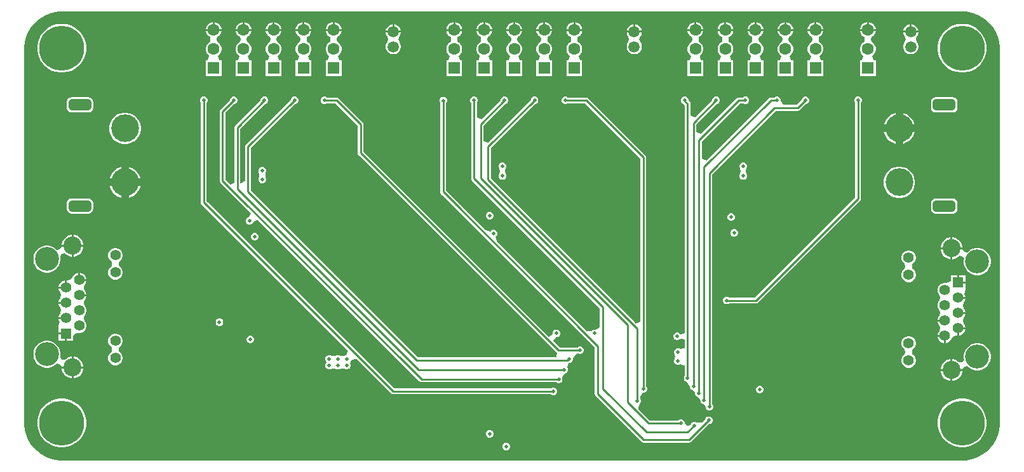
<source format=gbr>
G04*
G04 #@! TF.GenerationSoftware,Altium Limited,Altium Designer,25.1.2 (22)*
G04*
G04 Layer_Physical_Order=4*
G04 Layer_Color=13888217*
%FSLAX44Y44*%
%MOMM*%
G71*
G04*
G04 #@! TF.SameCoordinates,24EE1BED-7E77-41C4-A39D-8EFC6A2CB599*
G04*
G04*
G04 #@! TF.FilePolarity,Positive*
G04*
G01*
G75*
%ADD10C,0.2540*%
%ADD63C,1.6000*%
%ADD73R,1.6000X1.6000*%
%ADD74C,1.5000*%
%ADD75C,3.7000*%
G04:AMPARAMS|DCode=76|XSize=1.5mm|YSize=3mm|CornerRadius=0.375mm|HoleSize=0mm|Usage=FLASHONLY|Rotation=270.000|XOffset=0mm|YOffset=0mm|HoleType=Round|Shape=RoundedRectangle|*
%AMROUNDEDRECTD76*
21,1,1.5000,2.2500,0,0,270.0*
21,1,0.7500,3.0000,0,0,270.0*
1,1,0.7500,-1.1250,-0.3750*
1,1,0.7500,-1.1250,0.3750*
1,1,0.7500,1.1250,0.3750*
1,1,0.7500,1.1250,-0.3750*
%
%ADD76ROUNDEDRECTD76*%
%ADD77C,6.0000*%
%ADD78C,1.4080*%
%ADD79R,1.4080X1.4080*%
%ADD80C,2.4000*%
%ADD81C,3.2000*%
%ADD82C,0.5000*%
G36*
X151005Y700000D02*
X157001Y700000D01*
X1349000D01*
X1349000Y700000D01*
Y700000D01*
X1354864Y699671D01*
X1358971Y699130D01*
X1365429Y697399D01*
X1371606Y694841D01*
X1377396Y691498D01*
X1382700Y687428D01*
X1387428Y682700D01*
X1391498Y677396D01*
X1394841Y671606D01*
X1397399Y665429D01*
X1399130Y658971D01*
X1400002Y652343D01*
Y649000D01*
X1400002D01*
X1400000Y150500D01*
X1399967Y147178D01*
X1399041Y140599D01*
X1397269Y134196D01*
X1394682Y128077D01*
X1391322Y122345D01*
X1387247Y117097D01*
X1382527Y112422D01*
X1377239Y108399D01*
X1371474Y105096D01*
X1365330Y102568D01*
X1358910Y100859D01*
X1354862Y100330D01*
X1349000Y99998D01*
X1349000Y99998D01*
X151000Y99998D01*
X147657D01*
X141028Y100870D01*
X134571Y102601D01*
X128394Y105159D01*
X122604Y108502D01*
X117300Y112572D01*
X112572Y117300D01*
X108502Y122604D01*
X105159Y128394D01*
X102601Y134571D01*
X100870Y141028D01*
X99998Y147657D01*
Y151000D01*
X99998D01*
Y648997D01*
X100000Y649000D01*
Y652343D01*
X100873Y658971D01*
X102603Y665429D01*
X105162Y671606D01*
X108504Y677396D01*
X112575Y682700D01*
X117302Y687428D01*
X122606Y691498D01*
X128396Y694841D01*
X134573Y697399D01*
X141031Y699130D01*
X145140Y699671D01*
X151002Y700002D01*
X151005Y700000D01*
D02*
G37*
%LPC*%
G36*
X1115768Y685530D02*
X1115650D01*
Y676260D01*
X1124920D01*
Y676378D01*
X1124202Y679058D01*
X1122814Y681462D01*
X1120852Y683424D01*
X1118448Y684812D01*
X1115768Y685530D01*
D02*
G37*
G36*
X794268D02*
X794150D01*
Y676260D01*
X803420D01*
Y676378D01*
X802702Y679058D01*
X801314Y681462D01*
X799352Y683424D01*
X796948Y684812D01*
X794268Y685530D01*
D02*
G37*
G36*
X791610D02*
X791492D01*
X788812Y684812D01*
X786408Y683424D01*
X784446Y681462D01*
X783058Y679058D01*
X782340Y676378D01*
Y676260D01*
X791610D01*
Y685530D01*
D02*
G37*
G36*
X1113110D02*
X1112992D01*
X1110312Y684812D01*
X1107908Y683424D01*
X1105946Y681462D01*
X1104558Y679058D01*
X1103840Y676378D01*
Y676260D01*
X1113110D01*
Y685530D01*
D02*
G37*
G36*
X1225538D02*
X1225420D01*
Y676260D01*
X1234690D01*
Y676378D01*
X1233972Y679058D01*
X1232584Y681462D01*
X1230622Y683424D01*
X1228218Y684812D01*
X1225538Y685530D01*
D02*
G37*
G36*
X995768D02*
X995650D01*
Y676260D01*
X1004920D01*
Y676378D01*
X1004202Y679058D01*
X1002814Y681462D01*
X1000852Y683424D01*
X998448Y684812D01*
X995768Y685530D01*
D02*
G37*
G36*
X674268D02*
X674150D01*
Y676260D01*
X683420D01*
Y676378D01*
X682702Y679058D01*
X681314Y681462D01*
X679352Y683424D01*
X676948Y684812D01*
X674268Y685530D01*
D02*
G37*
G36*
X433488D02*
X433370D01*
Y676260D01*
X442640D01*
Y676378D01*
X441922Y679058D01*
X440534Y681462D01*
X438572Y683424D01*
X436168Y684812D01*
X433488Y685530D01*
D02*
G37*
G36*
X1222880D02*
X1222762D01*
X1220082Y684812D01*
X1217678Y683424D01*
X1215716Y681462D01*
X1214328Y679058D01*
X1213610Y676378D01*
Y676260D01*
X1222880D01*
Y685530D01*
D02*
G37*
G36*
X671610D02*
X671492D01*
X668812Y684812D01*
X666408Y683424D01*
X664446Y681462D01*
X663058Y679058D01*
X662340Y676378D01*
Y676260D01*
X671610D01*
Y685530D01*
D02*
G37*
G36*
X430830D02*
X430712D01*
X428032Y684812D01*
X425628Y683424D01*
X423666Y681462D01*
X422278Y679058D01*
X421560Y676378D01*
Y676260D01*
X430830D01*
Y685530D01*
D02*
G37*
G36*
X993110D02*
X992992D01*
X990312Y684812D01*
X987908Y683424D01*
X985946Y681462D01*
X984558Y679058D01*
X983840Y676378D01*
Y676260D01*
X993110D01*
Y685530D01*
D02*
G37*
G36*
X1035768D02*
X1035650D01*
Y676260D01*
X1044920D01*
Y676378D01*
X1044202Y679058D01*
X1042814Y681462D01*
X1040852Y683424D01*
X1038448Y684812D01*
X1035768Y685530D01*
D02*
G37*
G36*
X714268D02*
X714150D01*
Y676260D01*
X723420D01*
Y676378D01*
X722702Y679058D01*
X721314Y681462D01*
X719352Y683424D01*
X716948Y684812D01*
X714268Y685530D01*
D02*
G37*
G36*
X513488D02*
X513370D01*
Y676260D01*
X522640D01*
Y676378D01*
X521922Y679058D01*
X520534Y681462D01*
X518572Y683424D01*
X516168Y684812D01*
X513488Y685530D01*
D02*
G37*
G36*
X473488D02*
X473370D01*
Y676260D01*
X482640D01*
Y676378D01*
X481922Y679058D01*
X480534Y681462D01*
X478572Y683424D01*
X476168Y684812D01*
X473488Y685530D01*
D02*
G37*
G36*
X393488D02*
X393370D01*
Y676260D01*
X402640D01*
Y676378D01*
X401922Y679058D01*
X400534Y681462D01*
X398572Y683424D01*
X396168Y684812D01*
X393488Y685530D01*
D02*
G37*
G36*
X711610D02*
X711492D01*
X708812Y684812D01*
X706408Y683424D01*
X704446Y681462D01*
X703058Y679058D01*
X702340Y676378D01*
Y676260D01*
X711610D01*
Y685530D01*
D02*
G37*
G36*
X510830D02*
X510712D01*
X508032Y684812D01*
X505628Y683424D01*
X503666Y681462D01*
X502278Y679058D01*
X501560Y676378D01*
Y676260D01*
X510830D01*
Y685530D01*
D02*
G37*
G36*
X470830D02*
X470712D01*
X468032Y684812D01*
X465628Y683424D01*
X463666Y681462D01*
X462278Y679058D01*
X461560Y676378D01*
Y676260D01*
X470830D01*
Y685530D01*
D02*
G37*
G36*
X390830D02*
X390712D01*
X388032Y684812D01*
X385628Y683424D01*
X383666Y681462D01*
X382278Y679058D01*
X381560Y676378D01*
Y676260D01*
X390830D01*
Y685530D01*
D02*
G37*
G36*
X1033110D02*
X1032992D01*
X1030312Y684812D01*
X1027908Y683424D01*
X1025946Y681462D01*
X1024558Y679058D01*
X1023840Y676378D01*
Y676260D01*
X1033110D01*
Y685530D01*
D02*
G37*
G36*
X1075768D02*
X1075650D01*
Y676260D01*
X1084920D01*
Y676378D01*
X1084202Y679058D01*
X1082814Y681462D01*
X1080852Y683424D01*
X1078448Y684812D01*
X1075768Y685530D01*
D02*
G37*
G36*
X754268D02*
X754150D01*
Y676260D01*
X763420D01*
Y676378D01*
X762702Y679058D01*
X761314Y681462D01*
X759352Y683424D01*
X756948Y684812D01*
X754268Y685530D01*
D02*
G37*
G36*
X353488D02*
X353370D01*
Y676260D01*
X362640D01*
Y676378D01*
X361922Y679058D01*
X360534Y681462D01*
X358572Y683424D01*
X356168Y684812D01*
X353488Y685530D01*
D02*
G37*
G36*
X751610D02*
X751492D01*
X748812Y684812D01*
X746408Y683424D01*
X744446Y681462D01*
X743058Y679058D01*
X742340Y676378D01*
Y676260D01*
X751610D01*
Y685530D01*
D02*
G37*
G36*
X350830D02*
X350712D01*
X348032Y684812D01*
X345628Y683424D01*
X343666Y681462D01*
X342278Y679058D01*
X341560Y676378D01*
Y676260D01*
X350830D01*
Y685530D01*
D02*
G37*
G36*
X1073110D02*
X1072992D01*
X1070312Y684812D01*
X1067908Y683424D01*
X1065946Y681462D01*
X1064558Y679058D01*
X1063840Y676378D01*
Y676260D01*
X1073110D01*
Y685530D01*
D02*
G37*
G36*
X1155768D02*
X1155650D01*
Y676260D01*
X1164920D01*
Y676378D01*
X1164202Y679058D01*
X1162814Y681462D01*
X1160852Y683424D01*
X1158448Y684812D01*
X1155768Y685530D01*
D02*
G37*
G36*
X834268D02*
X834150D01*
Y676260D01*
X843420D01*
Y676378D01*
X842702Y679058D01*
X841314Y681462D01*
X839352Y683424D01*
X836948Y684812D01*
X834268Y685530D01*
D02*
G37*
G36*
X831610D02*
X831492D01*
X828812Y684812D01*
X826408Y683424D01*
X824446Y681462D01*
X823058Y679058D01*
X822340Y676378D01*
Y676260D01*
X831610D01*
Y685530D01*
D02*
G37*
G36*
X1153110D02*
X1152992D01*
X1150312Y684812D01*
X1147908Y683424D01*
X1145946Y681462D01*
X1144558Y679058D01*
X1143840Y676378D01*
Y676260D01*
X1153110D01*
Y685530D01*
D02*
G37*
G36*
X1282632Y682620D02*
X1282580D01*
Y673850D01*
X1291350D01*
Y673902D01*
X1290666Y676455D01*
X1289344Y678745D01*
X1287475Y680614D01*
X1285185Y681936D01*
X1282632Y682620D01*
D02*
G37*
G36*
X1280040D02*
X1279988D01*
X1277435Y681936D01*
X1275145Y680614D01*
X1273276Y678745D01*
X1271954Y676455D01*
X1271270Y673902D01*
Y673850D01*
X1280040D01*
Y682620D01*
D02*
G37*
G36*
X914182D02*
X914130D01*
Y673850D01*
X922900D01*
Y673902D01*
X922216Y676455D01*
X920894Y678745D01*
X919025Y680614D01*
X916735Y681936D01*
X914182Y682620D01*
D02*
G37*
G36*
X593022D02*
X592970D01*
Y673850D01*
X601740D01*
Y673902D01*
X601056Y676455D01*
X599734Y678745D01*
X597865Y680614D01*
X595575Y681936D01*
X593022Y682620D01*
D02*
G37*
G36*
X911590D02*
X911538D01*
X908985Y681936D01*
X906695Y680614D01*
X904826Y678745D01*
X903504Y676455D01*
X902820Y673902D01*
Y673850D01*
X911590D01*
Y682620D01*
D02*
G37*
G36*
X590430D02*
X590378D01*
X587825Y681936D01*
X585535Y680614D01*
X583666Y678745D01*
X582344Y676455D01*
X581660Y673902D01*
Y673850D01*
X590430D01*
Y682620D01*
D02*
G37*
G36*
X1291350Y671310D02*
X1281310D01*
X1271270D01*
Y671258D01*
X1271954Y668705D01*
X1273276Y666415D01*
X1274512Y662580D01*
X1273276Y658745D01*
X1271954Y656455D01*
X1271270Y653902D01*
Y651258D01*
X1271954Y648705D01*
X1273276Y646415D01*
X1275145Y644546D01*
X1277435Y643224D01*
X1279988Y642540D01*
X1282632D01*
X1285185Y643224D01*
X1287475Y644546D01*
X1289344Y646415D01*
X1290666Y648705D01*
X1291350Y651258D01*
Y653902D01*
X1290666Y656455D01*
X1289344Y658745D01*
X1288108Y662580D01*
X1289344Y666415D01*
X1290666Y668705D01*
X1291350Y671258D01*
Y671310D01*
D02*
G37*
G36*
X922900Y671310D02*
X912860D01*
X902820D01*
Y671258D01*
X903504Y668705D01*
X904826Y666415D01*
X906062Y662580D01*
X904826Y658745D01*
X903504Y656455D01*
X902820Y653902D01*
Y651258D01*
X903504Y648705D01*
X904826Y646415D01*
X906695Y644546D01*
X908985Y643224D01*
X911538Y642540D01*
X914182D01*
X916735Y643224D01*
X919025Y644546D01*
X920894Y646415D01*
X922216Y648705D01*
X922900Y651258D01*
Y653902D01*
X922216Y656455D01*
X920894Y658745D01*
X919658Y662580D01*
X920894Y666415D01*
X922216Y668705D01*
X922900Y671258D01*
Y671310D01*
D02*
G37*
G36*
X601740D02*
X591700D01*
X581660D01*
Y671258D01*
X582344Y668705D01*
X583666Y666415D01*
X584902Y662580D01*
X583666Y658745D01*
X582344Y656455D01*
X581660Y653902D01*
Y651258D01*
X582344Y648705D01*
X583666Y646415D01*
X585535Y644546D01*
X587825Y643224D01*
X590378Y642540D01*
X593022D01*
X595575Y643224D01*
X597865Y644546D01*
X599734Y646415D01*
X601056Y648705D01*
X601740Y651258D01*
Y653902D01*
X601056Y656455D01*
X599734Y658745D01*
X598498Y662580D01*
X599734Y666415D01*
X601056Y668705D01*
X601740Y671258D01*
Y671310D01*
D02*
G37*
G36*
X1352361Y683140D02*
X1347239D01*
X1342180Y682339D01*
X1337309Y680756D01*
X1332745Y678431D01*
X1328602Y675420D01*
X1324980Y671798D01*
X1321969Y667655D01*
X1319644Y663091D01*
X1318061Y658220D01*
X1317260Y653161D01*
Y648039D01*
X1318061Y642980D01*
X1319644Y638109D01*
X1321969Y633545D01*
X1324980Y629402D01*
X1328602Y625780D01*
X1332745Y622769D01*
X1337309Y620444D01*
X1342180Y618861D01*
X1347239Y618060D01*
X1352361D01*
X1357420Y618861D01*
X1362291Y620444D01*
X1366855Y622769D01*
X1370998Y625780D01*
X1374620Y629402D01*
X1377631Y633545D01*
X1379956Y638109D01*
X1381539Y642980D01*
X1382340Y648039D01*
Y653161D01*
X1381539Y658220D01*
X1379956Y663091D01*
X1377631Y667655D01*
X1374620Y671798D01*
X1370998Y675420D01*
X1366855Y678431D01*
X1362291Y680756D01*
X1357420Y682339D01*
X1352361Y683140D01*
D02*
G37*
G36*
X152361D02*
X147239D01*
X142180Y682339D01*
X137309Y680756D01*
X132745Y678431D01*
X128602Y675420D01*
X124980Y671798D01*
X121969Y667655D01*
X119644Y663091D01*
X118061Y658220D01*
X117260Y653161D01*
Y648039D01*
X118061Y642980D01*
X119644Y638109D01*
X121969Y633545D01*
X124980Y629402D01*
X128602Y625780D01*
X132745Y622769D01*
X137309Y620444D01*
X142180Y618861D01*
X147239Y618060D01*
X152361D01*
X157420Y618861D01*
X162291Y620444D01*
X166855Y622769D01*
X170998Y625780D01*
X174620Y629402D01*
X177631Y633545D01*
X179956Y638109D01*
X181539Y642980D01*
X182340Y648039D01*
Y653161D01*
X181539Y658220D01*
X179956Y663091D01*
X177631Y667655D01*
X174620Y671798D01*
X170998Y675420D01*
X166855Y678431D01*
X162291Y680756D01*
X157420Y682339D01*
X152361Y683140D01*
D02*
G37*
G36*
X1234690Y673720D02*
X1224150D01*
X1213610D01*
Y673602D01*
X1214328Y670922D01*
X1215716Y668518D01*
X1217678Y666556D01*
X1219543Y665479D01*
X1220053Y662290D01*
X1219543Y659101D01*
X1217678Y658024D01*
X1215716Y656062D01*
X1214328Y653658D01*
X1213610Y650978D01*
Y648202D01*
X1214328Y645522D01*
X1215716Y643118D01*
X1217678Y641156D01*
X1218416Y640730D01*
X1216808Y634730D01*
X1213610D01*
Y613650D01*
X1234690D01*
Y634730D01*
X1231492D01*
X1229884Y640730D01*
X1230622Y641156D01*
X1232584Y643118D01*
X1233972Y645522D01*
X1234690Y648202D01*
Y650978D01*
X1233972Y653658D01*
X1232584Y656062D01*
X1230622Y658024D01*
X1228757Y659101D01*
X1228247Y662290D01*
X1228757Y665479D01*
X1230622Y666556D01*
X1232584Y668518D01*
X1233972Y670922D01*
X1234690Y673602D01*
Y673720D01*
D02*
G37*
G36*
X1164920Y673720D02*
X1154380D01*
X1143840D01*
Y673602D01*
X1144558Y670922D01*
X1145946Y668518D01*
X1147908Y666556D01*
X1149773Y665479D01*
X1150283Y662290D01*
X1149773Y659101D01*
X1147908Y658024D01*
X1145946Y656062D01*
X1144558Y653658D01*
X1143840Y650978D01*
Y648202D01*
X1144558Y645522D01*
X1145946Y643118D01*
X1147908Y641156D01*
X1148646Y640730D01*
X1147038Y634730D01*
X1143840D01*
Y613650D01*
X1164920D01*
Y634730D01*
X1161722D01*
X1160114Y640730D01*
X1160852Y641156D01*
X1162814Y643118D01*
X1164202Y645522D01*
X1164920Y648202D01*
Y650978D01*
X1164202Y653658D01*
X1162814Y656062D01*
X1160852Y658024D01*
X1158987Y659101D01*
X1158477Y662290D01*
X1158987Y665479D01*
X1160852Y666556D01*
X1162814Y668518D01*
X1164202Y670922D01*
X1164920Y673602D01*
Y673720D01*
D02*
G37*
G36*
X1124920Y673720D02*
X1114380D01*
X1103840D01*
Y673602D01*
X1104558Y670922D01*
X1105946Y668518D01*
X1107908Y666556D01*
X1109773Y665479D01*
X1110283Y662290D01*
X1109773Y659101D01*
X1107908Y658024D01*
X1105946Y656062D01*
X1104558Y653658D01*
X1103840Y650978D01*
Y648202D01*
X1104558Y645522D01*
X1105946Y643118D01*
X1107908Y641156D01*
X1108646Y640730D01*
X1107038Y634730D01*
X1103840D01*
Y613650D01*
X1124920D01*
Y634730D01*
X1121722D01*
X1120114Y640730D01*
X1120852Y641156D01*
X1122814Y643118D01*
X1124202Y645522D01*
X1124920Y648202D01*
Y650978D01*
X1124202Y653658D01*
X1122814Y656062D01*
X1120852Y658024D01*
X1118987Y659101D01*
X1118477Y662290D01*
X1118987Y665479D01*
X1120852Y666556D01*
X1122814Y668518D01*
X1124202Y670922D01*
X1124920Y673602D01*
Y673720D01*
D02*
G37*
G36*
X1084920Y673720D02*
X1074380D01*
X1063840D01*
Y673602D01*
X1064558Y670922D01*
X1065946Y668518D01*
X1067908Y666556D01*
X1069773Y665479D01*
X1070283Y662290D01*
X1069773Y659101D01*
X1067908Y658024D01*
X1065946Y656062D01*
X1064558Y653658D01*
X1063840Y650978D01*
Y648202D01*
X1064558Y645522D01*
X1065946Y643118D01*
X1067908Y641156D01*
X1068646Y640730D01*
X1067038Y634730D01*
X1063840D01*
Y613650D01*
X1084920D01*
Y634730D01*
X1081722D01*
X1080114Y640730D01*
X1080852Y641156D01*
X1082814Y643118D01*
X1084202Y645522D01*
X1084920Y648202D01*
Y650978D01*
X1084202Y653658D01*
X1082814Y656062D01*
X1080852Y658024D01*
X1078987Y659101D01*
X1078477Y662290D01*
X1078987Y665479D01*
X1080852Y666556D01*
X1082814Y668518D01*
X1084202Y670922D01*
X1084920Y673602D01*
Y673720D01*
D02*
G37*
G36*
X1044920Y673720D02*
X1034380D01*
X1023840D01*
Y673602D01*
X1024558Y670922D01*
X1025946Y668518D01*
X1027908Y666556D01*
X1029773Y665479D01*
X1030283Y662290D01*
X1029773Y659101D01*
X1027908Y658024D01*
X1025946Y656062D01*
X1024558Y653658D01*
X1023840Y650978D01*
Y648202D01*
X1024558Y645522D01*
X1025946Y643118D01*
X1027908Y641156D01*
X1028646Y640730D01*
X1027038Y634730D01*
X1023840D01*
Y613650D01*
X1044920D01*
Y634730D01*
X1041722D01*
X1040114Y640730D01*
X1040852Y641156D01*
X1042814Y643118D01*
X1044202Y645522D01*
X1044920Y648202D01*
Y650978D01*
X1044202Y653658D01*
X1042814Y656062D01*
X1040852Y658024D01*
X1038987Y659101D01*
X1038477Y662290D01*
X1038987Y665479D01*
X1040852Y666556D01*
X1042814Y668518D01*
X1044202Y670922D01*
X1044920Y673602D01*
Y673720D01*
D02*
G37*
G36*
X1004920Y673720D02*
X994380D01*
X983840D01*
Y673602D01*
X984558Y670922D01*
X985946Y668518D01*
X987908Y666556D01*
X989773Y665479D01*
X990283Y662290D01*
X989773Y659101D01*
X987908Y658024D01*
X985946Y656062D01*
X984558Y653658D01*
X983840Y650978D01*
Y648202D01*
X984558Y645522D01*
X985946Y643118D01*
X987908Y641156D01*
X988646Y640730D01*
X987038Y634730D01*
X983840D01*
Y613650D01*
X1004920D01*
Y634730D01*
X1001722D01*
X1000114Y640730D01*
X1000852Y641156D01*
X1002814Y643118D01*
X1004202Y645522D01*
X1004920Y648202D01*
Y650978D01*
X1004202Y653658D01*
X1002814Y656062D01*
X1000852Y658024D01*
X998987Y659101D01*
X998477Y662290D01*
X998987Y665479D01*
X1000852Y666556D01*
X1002814Y668518D01*
X1004202Y670922D01*
X1004920Y673602D01*
Y673720D01*
D02*
G37*
G36*
X843420Y673720D02*
X832880D01*
X822340D01*
Y673602D01*
X823058Y670922D01*
X824446Y668518D01*
X826408Y666556D01*
X828273Y665479D01*
X828783Y662290D01*
X828273Y659101D01*
X826408Y658024D01*
X824446Y656062D01*
X823058Y653658D01*
X822340Y650978D01*
Y648202D01*
X823058Y645522D01*
X824446Y643118D01*
X826408Y641156D01*
X827146Y640730D01*
X825538Y634730D01*
X822340D01*
Y613650D01*
X843420D01*
Y634730D01*
X840222D01*
X838614Y640730D01*
X839352Y641156D01*
X841314Y643118D01*
X842702Y645522D01*
X843420Y648202D01*
Y650978D01*
X842702Y653658D01*
X841314Y656062D01*
X839352Y658024D01*
X837487Y659101D01*
X836977Y662290D01*
X837487Y665479D01*
X839352Y666556D01*
X841314Y668518D01*
X842702Y670922D01*
X843420Y673602D01*
Y673720D01*
D02*
G37*
G36*
X803420Y673720D02*
X792880D01*
X782340D01*
Y673602D01*
X783058Y670922D01*
X784446Y668518D01*
X786408Y666556D01*
X788273Y665479D01*
X788783Y662290D01*
X788273Y659101D01*
X786408Y658024D01*
X784446Y656062D01*
X783058Y653658D01*
X782340Y650978D01*
Y648202D01*
X783058Y645522D01*
X784446Y643118D01*
X786408Y641156D01*
X787146Y640730D01*
X785538Y634730D01*
X782340D01*
Y613650D01*
X803420D01*
Y634730D01*
X800222D01*
X798614Y640730D01*
X799352Y641156D01*
X801314Y643118D01*
X802702Y645522D01*
X803420Y648202D01*
Y650978D01*
X802702Y653658D01*
X801314Y656062D01*
X799352Y658024D01*
X797487Y659101D01*
X796977Y662290D01*
X797487Y665479D01*
X799352Y666556D01*
X801314Y668518D01*
X802702Y670922D01*
X803420Y673602D01*
Y673720D01*
D02*
G37*
G36*
X763420Y673720D02*
X752880D01*
X742340D01*
Y673602D01*
X743058Y670922D01*
X744446Y668518D01*
X746408Y666556D01*
X748273Y665479D01*
X748783Y662290D01*
X748273Y659101D01*
X746408Y658024D01*
X744446Y656062D01*
X743058Y653658D01*
X742340Y650978D01*
Y648202D01*
X743058Y645522D01*
X744446Y643118D01*
X746408Y641156D01*
X747146Y640730D01*
X745538Y634730D01*
X742340D01*
Y613650D01*
X763420D01*
Y634730D01*
X760222D01*
X758614Y640730D01*
X759352Y641156D01*
X761314Y643118D01*
X762702Y645522D01*
X763420Y648202D01*
Y650978D01*
X762702Y653658D01*
X761314Y656062D01*
X759352Y658024D01*
X757487Y659101D01*
X756977Y662290D01*
X757487Y665479D01*
X759352Y666556D01*
X761314Y668518D01*
X762702Y670922D01*
X763420Y673602D01*
Y673720D01*
D02*
G37*
G36*
X723420Y673720D02*
X712880D01*
X702340D01*
Y673602D01*
X703058Y670922D01*
X704446Y668518D01*
X706408Y666556D01*
X708273Y665479D01*
X708783Y662290D01*
X708273Y659101D01*
X706408Y658024D01*
X704446Y656062D01*
X703058Y653658D01*
X702340Y650978D01*
Y648202D01*
X703058Y645522D01*
X704446Y643118D01*
X706408Y641156D01*
X707146Y640730D01*
X705538Y634730D01*
X702340D01*
Y613650D01*
X723420D01*
Y634730D01*
X720222D01*
X718614Y640730D01*
X719352Y641156D01*
X721314Y643118D01*
X722702Y645522D01*
X723420Y648202D01*
Y650978D01*
X722702Y653658D01*
X721314Y656062D01*
X719352Y658024D01*
X717487Y659101D01*
X716977Y662290D01*
X717487Y665479D01*
X719352Y666556D01*
X721314Y668518D01*
X722702Y670922D01*
X723420Y673602D01*
Y673720D01*
D02*
G37*
G36*
X683420Y673720D02*
X672880D01*
X662340D01*
Y673602D01*
X663058Y670922D01*
X664446Y668518D01*
X666408Y666556D01*
X668273Y665479D01*
X668783Y662290D01*
X668273Y659101D01*
X666408Y658024D01*
X664446Y656062D01*
X663058Y653658D01*
X662340Y650978D01*
Y648202D01*
X663058Y645522D01*
X664446Y643118D01*
X666408Y641156D01*
X667146Y640730D01*
X665538Y634730D01*
X662340D01*
Y613650D01*
X683420D01*
Y634730D01*
X680222D01*
X678614Y640730D01*
X679352Y641156D01*
X681314Y643118D01*
X682702Y645522D01*
X683420Y648202D01*
Y650978D01*
X682702Y653658D01*
X681314Y656062D01*
X679352Y658024D01*
X677487Y659101D01*
X676977Y662290D01*
X677487Y665479D01*
X679352Y666556D01*
X681314Y668518D01*
X682702Y670922D01*
X683420Y673602D01*
Y673720D01*
D02*
G37*
G36*
X522640Y673720D02*
X512100D01*
X501560D01*
Y673602D01*
X502278Y670922D01*
X503666Y668518D01*
X505628Y666556D01*
X507493Y665479D01*
X508003Y662290D01*
X507493Y659101D01*
X505628Y658024D01*
X503666Y656062D01*
X502278Y653658D01*
X501560Y650978D01*
Y648202D01*
X502278Y645522D01*
X503666Y643118D01*
X505628Y641156D01*
X506366Y640730D01*
X504758Y634730D01*
X501560D01*
Y613650D01*
X522640D01*
Y634730D01*
X519442D01*
X517834Y640730D01*
X518572Y641156D01*
X520534Y643118D01*
X521922Y645522D01*
X522640Y648202D01*
Y650978D01*
X521922Y653658D01*
X520534Y656062D01*
X518572Y658024D01*
X516707Y659101D01*
X516197Y662290D01*
X516707Y665479D01*
X518572Y666556D01*
X520534Y668518D01*
X521922Y670922D01*
X522640Y673602D01*
Y673720D01*
D02*
G37*
G36*
X482640D02*
X472100D01*
X461560D01*
Y673602D01*
X462278Y670922D01*
X463666Y668518D01*
X465628Y666556D01*
X467493Y665479D01*
X468003Y662290D01*
X467493Y659101D01*
X465628Y658024D01*
X463666Y656062D01*
X462278Y653658D01*
X461560Y650978D01*
Y648202D01*
X462278Y645522D01*
X463666Y643118D01*
X465628Y641156D01*
X466366Y640730D01*
X464758Y634730D01*
X461560D01*
Y613650D01*
X482640D01*
Y634730D01*
X479442D01*
X477834Y640730D01*
X478572Y641156D01*
X480534Y643118D01*
X481922Y645522D01*
X482640Y648202D01*
Y650978D01*
X481922Y653658D01*
X480534Y656062D01*
X478572Y658024D01*
X476707Y659101D01*
X476197Y662290D01*
X476707Y665479D01*
X478572Y666556D01*
X480534Y668518D01*
X481922Y670922D01*
X482640Y673602D01*
Y673720D01*
D02*
G37*
G36*
X442640Y673720D02*
X432100D01*
X421560D01*
Y673602D01*
X422278Y670922D01*
X423666Y668518D01*
X425628Y666556D01*
X427493Y665479D01*
X428003Y662290D01*
X427493Y659101D01*
X425628Y658024D01*
X423666Y656062D01*
X422278Y653658D01*
X421560Y650978D01*
Y648202D01*
X422278Y645522D01*
X423666Y643118D01*
X425628Y641156D01*
X426366Y640730D01*
X424758Y634730D01*
X421560D01*
Y613650D01*
X442640D01*
Y634730D01*
X439442D01*
X437834Y640730D01*
X438572Y641156D01*
X440534Y643118D01*
X441922Y645522D01*
X442640Y648202D01*
Y650978D01*
X441922Y653658D01*
X440534Y656062D01*
X438572Y658024D01*
X436707Y659101D01*
X436197Y662290D01*
X436707Y665479D01*
X438572Y666556D01*
X440534Y668518D01*
X441922Y670922D01*
X442640Y673602D01*
Y673720D01*
D02*
G37*
G36*
X402640Y673720D02*
X392100D01*
X381560D01*
Y673602D01*
X382278Y670922D01*
X383666Y668518D01*
X385628Y666556D01*
X387493Y665479D01*
X388003Y662290D01*
X387493Y659101D01*
X385628Y658024D01*
X383666Y656062D01*
X382278Y653658D01*
X381560Y650978D01*
Y648202D01*
X382278Y645522D01*
X383666Y643118D01*
X385628Y641156D01*
X386366Y640730D01*
X384758Y634730D01*
X381560D01*
Y613650D01*
X402640D01*
Y634730D01*
X399442D01*
X397834Y640730D01*
X398572Y641156D01*
X400534Y643118D01*
X401922Y645522D01*
X402640Y648202D01*
Y650978D01*
X401922Y653658D01*
X400534Y656062D01*
X398572Y658024D01*
X396707Y659101D01*
X396197Y662290D01*
X396707Y665479D01*
X398572Y666556D01*
X400534Y668518D01*
X401922Y670922D01*
X402640Y673602D01*
Y673720D01*
D02*
G37*
G36*
X362640Y673720D02*
X352100D01*
X341560D01*
Y673602D01*
X342278Y670922D01*
X343666Y668518D01*
X345628Y666556D01*
X347493Y665479D01*
X348003Y662290D01*
X347493Y659101D01*
X345628Y658024D01*
X343666Y656062D01*
X342278Y653658D01*
X341560Y650978D01*
Y648202D01*
X342278Y645522D01*
X343666Y643118D01*
X345628Y641156D01*
X346366Y640730D01*
X344758Y634730D01*
X341560D01*
Y613650D01*
X362640D01*
Y634730D01*
X359442D01*
X357834Y640730D01*
X358572Y641156D01*
X360534Y643118D01*
X361922Y645522D01*
X362640Y648202D01*
Y650978D01*
X361922Y653658D01*
X360534Y656062D01*
X358572Y658024D01*
X356707Y659101D01*
X356197Y662290D01*
X356707Y665479D01*
X358572Y666556D01*
X360534Y668518D01*
X361922Y670922D01*
X362640Y673602D01*
Y673720D01*
D02*
G37*
G36*
X1142000Y586000D02*
X1139995D01*
X1138143Y585233D01*
X1136725Y583815D01*
X1135957Y581963D01*
Y581414D01*
X1129428Y574885D01*
X1111941D01*
X1111842Y574953D01*
X1108043Y579958D01*
Y581963D01*
X1107275Y583815D01*
X1105857Y585233D01*
X1104005Y586000D01*
X1102000D01*
X1100148Y585233D01*
X1099760Y584845D01*
X1094960D01*
X1093473Y584549D01*
X1092213Y583707D01*
X1008885Y500378D01*
X1002885Y502864D01*
Y526391D01*
X1053569Y577075D01*
X1057755D01*
X1058143Y576687D01*
X1059995Y575920D01*
X1062000D01*
X1063852Y576687D01*
X1065270Y578105D01*
X1066038Y579958D01*
Y581963D01*
X1065270Y583815D01*
X1063852Y585233D01*
X1062000Y586000D01*
X1059995D01*
X1058143Y585233D01*
X1057755Y584845D01*
X1051960D01*
X1050473Y584549D01*
X1049213Y583707D01*
X1001638Y536132D01*
X995638Y538617D01*
Y549102D01*
X1022456Y575920D01*
X1023005D01*
X1024857Y576687D01*
X1026275Y578105D01*
X1027042Y579958D01*
Y581963D01*
X1026275Y583815D01*
X1024857Y585233D01*
X1023005Y586000D01*
X1021000D01*
X1019147Y585233D01*
X1017730Y583815D01*
X1016963Y581963D01*
Y581414D01*
X993885Y558336D01*
X987885Y560821D01*
Y576292D01*
X987589Y577778D01*
X986747Y579039D01*
X985038Y580748D01*
Y581963D01*
X984270Y583815D01*
X982852Y585233D01*
X981000Y586000D01*
X978995D01*
X977142Y585233D01*
X975725Y583815D01*
X974958Y581963D01*
Y579958D01*
X975725Y578105D01*
X977142Y576687D01*
X978795Y576003D01*
X980115Y574683D01*
Y270428D01*
X974975Y269044D01*
X974115Y269012D01*
X972855Y270273D01*
X971003Y271040D01*
X968997D01*
X967145Y270273D01*
X965727Y268855D01*
X964960Y267003D01*
Y264998D01*
X965616Y263413D01*
X965727Y263145D01*
X965727Y263145D01*
X966940Y261933D01*
X967145Y261727D01*
X967145D01*
X968997Y260960D01*
X971003D01*
X971003Y260960D01*
X971271Y261071D01*
X972855Y261727D01*
X972855D01*
X973060Y261932D01*
X974115Y262988D01*
X974975Y262956D01*
X980115Y261572D01*
Y250852D01*
X979530Y250489D01*
X974115Y249012D01*
X973855Y249273D01*
X973855D01*
X972271Y249929D01*
X972002Y250040D01*
X972002Y250040D01*
X969997D01*
X968145Y249273D01*
X968145D01*
X967940Y249068D01*
X966727Y247855D01*
X966727Y247855D01*
X966616Y247587D01*
X965960Y246003D01*
Y243997D01*
X966536Y242606D01*
X966769Y241834D01*
X967151Y239000D01*
X966769Y236166D01*
X966536Y235394D01*
X965960Y234002D01*
Y231998D01*
X966727Y230145D01*
X968145Y228727D01*
X969997Y227960D01*
X972002D01*
X973855Y228727D01*
X974115Y228988D01*
X979530Y227511D01*
X980115Y227148D01*
Y213243D01*
X979727Y212855D01*
X978960Y211003D01*
Y208997D01*
X979727Y207145D01*
X981145Y205727D01*
X982776Y205052D01*
X983083Y204848D01*
X986373Y200518D01*
X986713Y199417D01*
Y198066D01*
X987481Y196214D01*
X988898Y194796D01*
X990751Y194028D01*
X993340Y191587D01*
X993960Y188997D01*
X994727Y187145D01*
X996145Y185727D01*
X997998Y184960D01*
X1000481Y182481D01*
X1000960Y179998D01*
X1001727Y178145D01*
X1003145Y176727D01*
X1004997Y175960D01*
X1007481Y173481D01*
X1007960Y170998D01*
X1008727Y169145D01*
X1010145Y167727D01*
X1011998Y166960D01*
X1014003D01*
X1015855Y167727D01*
X1017273Y169145D01*
X1018040Y170998D01*
Y173002D01*
X1017273Y174855D01*
X1016885Y175243D01*
Y482391D01*
X1101609Y567115D01*
X1131038D01*
X1132524Y567411D01*
X1133784Y568253D01*
X1141451Y575920D01*
X1142000D01*
X1143852Y576687D01*
X1145270Y578105D01*
X1146038Y579958D01*
Y581963D01*
X1145270Y583815D01*
X1143852Y585233D01*
X1142000Y586000D01*
D02*
G37*
G36*
X1337250Y585163D02*
X1314750D01*
X1312296Y584675D01*
X1310215Y583285D01*
X1308825Y581204D01*
X1308337Y578750D01*
Y571250D01*
X1308825Y568796D01*
X1310215Y566715D01*
X1312296Y565325D01*
X1314750Y564837D01*
X1337250D01*
X1339704Y565325D01*
X1341785Y566715D01*
X1343175Y568796D01*
X1343663Y571250D01*
Y578750D01*
X1343175Y581204D01*
X1341785Y583285D01*
X1339704Y584675D01*
X1337250Y585163D01*
D02*
G37*
G36*
X185250Y585163D02*
X162750D01*
X160296Y584675D01*
X158215Y583285D01*
X156825Y581204D01*
X156337Y578750D01*
Y571250D01*
X156825Y568796D01*
X158215Y566715D01*
X160296Y565325D01*
X162750Y564837D01*
X185250D01*
X187704Y565325D01*
X189785Y566715D01*
X191175Y568796D01*
X191663Y571250D01*
Y578750D01*
X191175Y581204D01*
X189785Y583285D01*
X187704Y584675D01*
X185250Y585163D01*
D02*
G37*
G36*
X1271080Y563942D02*
Y548580D01*
X1286442D01*
X1286231Y549637D01*
X1284645Y553466D01*
X1282343Y556912D01*
X1279412Y559843D01*
X1275966Y562145D01*
X1272137Y563731D01*
X1271080Y563942D01*
D02*
G37*
G36*
X1260920Y563942D02*
X1259863Y563731D01*
X1256034Y562145D01*
X1252588Y559843D01*
X1249657Y556912D01*
X1247355Y553466D01*
X1245769Y549637D01*
X1245558Y548580D01*
X1260920D01*
Y563942D01*
D02*
G37*
G36*
X1286442Y538420D02*
X1271080D01*
Y523058D01*
X1272137Y523269D01*
X1275966Y524855D01*
X1279412Y527157D01*
X1282343Y530088D01*
X1284645Y533534D01*
X1286231Y537363D01*
X1286442Y538420D01*
D02*
G37*
G36*
X1260920D02*
X1245558D01*
X1245769Y537363D01*
X1247355Y533534D01*
X1249657Y530088D01*
X1252588Y527157D01*
X1256034Y524855D01*
X1259863Y523269D01*
X1260920Y523058D01*
Y538420D01*
D02*
G37*
G36*
X236072Y564540D02*
X231928D01*
X227863Y563731D01*
X224034Y562145D01*
X220588Y559843D01*
X217657Y556912D01*
X215355Y553466D01*
X213769Y549637D01*
X212960Y545572D01*
Y541428D01*
X213769Y537363D01*
X215355Y533534D01*
X217657Y530088D01*
X220588Y527157D01*
X224034Y524855D01*
X227863Y523269D01*
X231928Y522460D01*
X236072D01*
X240137Y523269D01*
X243966Y524855D01*
X247412Y527157D01*
X250343Y530088D01*
X252645Y533534D01*
X254231Y537363D01*
X255040Y541428D01*
Y545572D01*
X254231Y549637D01*
X252645Y553466D01*
X250343Y556912D01*
X247412Y559843D01*
X243966Y562145D01*
X240137Y563731D01*
X236072Y564540D01*
D02*
G37*
G36*
X239080Y491942D02*
Y476580D01*
X254442D01*
X254231Y477637D01*
X252645Y481466D01*
X250343Y484912D01*
X247412Y487843D01*
X243966Y490145D01*
X240137Y491731D01*
X239080Y491942D01*
D02*
G37*
G36*
X228920D02*
X227863Y491731D01*
X224034Y490145D01*
X220588Y487843D01*
X217657Y484912D01*
X215355Y481466D01*
X213769Y477637D01*
X213558Y476580D01*
X228920D01*
Y491942D01*
D02*
G37*
G36*
X1059003Y498040D02*
X1056998D01*
X1055145Y497273D01*
X1053727Y495855D01*
X1052960Y494002D01*
Y491997D01*
X1053715Y490175D01*
X1053727Y490145D01*
X1054607Y486500D01*
X1053727Y482855D01*
X1053715Y482825D01*
X1053071Y481271D01*
X1052960Y481003D01*
X1052960Y481002D01*
Y478997D01*
X1053727Y477145D01*
X1054940Y475933D01*
X1055145Y475727D01*
X1055145Y475727D01*
X1055413Y475616D01*
X1056998Y474960D01*
X1059002D01*
X1059003Y474960D01*
X1060855Y475727D01*
X1060855D01*
X1061060Y475932D01*
X1062273Y477145D01*
X1063040Y478997D01*
Y481003D01*
X1062285Y482825D01*
X1062273Y482855D01*
X1061393Y486500D01*
X1062273Y490145D01*
X1062285Y490175D01*
X1063040Y491997D01*
Y494002D01*
X1062273Y495855D01*
X1060855Y497273D01*
X1059003Y498040D01*
D02*
G37*
G36*
X738002D02*
X735997D01*
X734145Y497273D01*
X732727Y495855D01*
X731960Y494002D01*
Y491997D01*
X732715Y490175D01*
X732727Y490145D01*
X733607Y486500D01*
X732727Y482855D01*
X732715Y482825D01*
X731960Y481003D01*
Y478997D01*
X732727Y477145D01*
X734145Y475727D01*
X735997Y474960D01*
X738002D01*
X739855Y475727D01*
X741273Y477145D01*
X742040Y478997D01*
Y481003D01*
X741285Y482825D01*
X741273Y482855D01*
X740393Y486500D01*
X741273Y490145D01*
X741285Y490175D01*
X742040Y491997D01*
Y494002D01*
X741273Y495855D01*
X739855Y497273D01*
X738002Y498040D01*
D02*
G37*
G36*
X418003Y492040D02*
X415998D01*
X414145Y491273D01*
X412727Y489855D01*
X411960Y488003D01*
Y485998D01*
X412368Y485011D01*
X412739Y483869D01*
X412853Y481194D01*
X412679Y478501D01*
X412326Y477481D01*
X411899Y476452D01*
Y474447D01*
X412667Y472595D01*
X414084Y471177D01*
X415937Y470410D01*
X417942D01*
X419794Y471177D01*
X421212Y472595D01*
X421979Y474447D01*
Y476452D01*
X421571Y477438D01*
X421200Y478581D01*
X421086Y481255D01*
X421260Y483949D01*
X421614Y484968D01*
X422040Y485998D01*
Y488003D01*
X421273Y489855D01*
X419855Y491273D01*
X418003Y492040D01*
D02*
G37*
G36*
X254442Y466420D02*
X239080D01*
Y451058D01*
X240137Y451269D01*
X243966Y452855D01*
X247412Y455157D01*
X250343Y458088D01*
X252645Y461534D01*
X254231Y465363D01*
X254442Y466420D01*
D02*
G37*
G36*
X228920D02*
X213558D01*
X213769Y465363D01*
X215355Y461534D01*
X217657Y458088D01*
X220588Y455157D01*
X224034Y452855D01*
X227863Y451269D01*
X228920Y451058D01*
Y466420D01*
D02*
G37*
G36*
X1268072Y492540D02*
X1263928D01*
X1259863Y491731D01*
X1256034Y490145D01*
X1252588Y487843D01*
X1249657Y484912D01*
X1247355Y481466D01*
X1245769Y477637D01*
X1244960Y473572D01*
Y469428D01*
X1245769Y465363D01*
X1247355Y461534D01*
X1249657Y458088D01*
X1252588Y455157D01*
X1256034Y452855D01*
X1259863Y451269D01*
X1263928Y450460D01*
X1268072D01*
X1272137Y451269D01*
X1275966Y452855D01*
X1279412Y455157D01*
X1282343Y458088D01*
X1284645Y461534D01*
X1286231Y465363D01*
X1287040Y469428D01*
Y473572D01*
X1286231Y477637D01*
X1284645Y481466D01*
X1282343Y484912D01*
X1279412Y487843D01*
X1275966Y490145D01*
X1272137Y491731D01*
X1268072Y492540D01*
D02*
G37*
G36*
X1337250Y450163D02*
X1314750D01*
X1312296Y449675D01*
X1310215Y448285D01*
X1308825Y446204D01*
X1308337Y443750D01*
Y436250D01*
X1308825Y433796D01*
X1310215Y431715D01*
X1312296Y430325D01*
X1314750Y429837D01*
X1337250D01*
X1339704Y430325D01*
X1341785Y431715D01*
X1343175Y433796D01*
X1343663Y436250D01*
Y443750D01*
X1343175Y446204D01*
X1341785Y448285D01*
X1339704Y449675D01*
X1337250Y450163D01*
D02*
G37*
G36*
X185250Y450163D02*
X162750D01*
X160296Y449675D01*
X158215Y448285D01*
X156825Y446204D01*
X156337Y443750D01*
Y436250D01*
X156825Y433796D01*
X158215Y431715D01*
X160296Y430325D01*
X162750Y429837D01*
X185250D01*
X187704Y430325D01*
X189785Y431715D01*
X191175Y433796D01*
X191663Y436250D01*
Y443750D01*
X191175Y446204D01*
X189785Y448285D01*
X187704Y449675D01*
X185250Y450163D01*
D02*
G37*
G36*
X721003Y432040D02*
X718997D01*
X717145Y431273D01*
X715727Y429855D01*
X714960Y428003D01*
Y425998D01*
X715727Y424145D01*
X717145Y422727D01*
X718997Y421960D01*
X721003D01*
X722855Y422727D01*
X724273Y424145D01*
X725040Y425998D01*
Y428003D01*
X724273Y429855D01*
X722855Y431273D01*
X721003Y432040D01*
D02*
G37*
G36*
X1043002Y430040D02*
X1040997D01*
X1039145Y429273D01*
X1037727Y427855D01*
X1036960Y426003D01*
Y423997D01*
X1037727Y422145D01*
X1039145Y420727D01*
X1040997Y419960D01*
X1043002D01*
X1044855Y420727D01*
X1046273Y422145D01*
X1047040Y423997D01*
Y426003D01*
X1046273Y427855D01*
X1044855Y429273D01*
X1043002Y430040D01*
D02*
G37*
G36*
X1047002Y409040D02*
X1044997D01*
X1043145Y408273D01*
X1041727Y406855D01*
X1040960Y405003D01*
Y402998D01*
X1041727Y401145D01*
X1043145Y399727D01*
X1044997Y398960D01*
X1047002D01*
X1048855Y399727D01*
X1050273Y401145D01*
X1051040Y402998D01*
Y405003D01*
X1050273Y406855D01*
X1048855Y408273D01*
X1047002Y409040D01*
D02*
G37*
G36*
X408003Y404040D02*
X405998D01*
X404145Y403273D01*
X402727Y401855D01*
X401960Y400003D01*
Y397998D01*
X402727Y396145D01*
X404145Y394727D01*
X405998Y393960D01*
X408003D01*
X409855Y394727D01*
X411273Y396145D01*
X412040Y397998D01*
Y400003D01*
X411273Y401855D01*
X409855Y403273D01*
X408003Y404040D01*
D02*
G37*
G36*
X166184Y401460D02*
X165540D01*
Y388190D01*
X178810D01*
Y388834D01*
X177819Y392532D01*
X175905Y395848D01*
X173198Y398555D01*
X169882Y400469D01*
X166184Y401460D01*
D02*
G37*
G36*
X163000D02*
X162356D01*
X158658Y400469D01*
X155342Y398555D01*
X152635Y395848D01*
X150721Y392532D01*
X149730Y388834D01*
Y388190D01*
X163000D01*
Y401460D01*
D02*
G37*
G36*
X1337644Y398120D02*
X1337000D01*
Y384850D01*
X1350270D01*
Y385494D01*
X1349279Y389192D01*
X1347365Y392508D01*
X1344658Y395215D01*
X1341342Y397129D01*
X1337644Y398120D01*
D02*
G37*
G36*
X1334460D02*
X1333816D01*
X1330118Y397129D01*
X1326802Y395215D01*
X1324095Y392508D01*
X1322181Y389192D01*
X1321190Y385494D01*
Y384850D01*
X1334460D01*
Y398120D01*
D02*
G37*
G36*
X1371803Y383830D02*
X1368257D01*
X1364780Y383138D01*
X1361504Y381781D01*
X1358556Y379812D01*
X1357052Y378307D01*
X1352723Y378839D01*
X1350503Y382310D01*
X1337000D01*
Y369040D01*
X1337644D01*
X1341342Y370031D01*
X1344658Y371945D01*
X1346142Y373429D01*
X1350083Y372816D01*
X1352415Y369537D01*
X1352030Y367603D01*
Y364057D01*
X1352722Y360580D01*
X1354079Y357304D01*
X1356048Y354356D01*
X1358556Y351848D01*
X1361504Y349879D01*
X1364780Y348522D01*
X1368257Y347830D01*
X1371803D01*
X1375280Y348522D01*
X1378556Y349879D01*
X1381504Y351848D01*
X1384012Y354356D01*
X1385981Y357304D01*
X1387338Y360580D01*
X1388030Y364057D01*
Y367603D01*
X1387338Y371080D01*
X1385981Y374356D01*
X1384012Y377304D01*
X1381504Y379812D01*
X1378556Y381781D01*
X1375280Y383138D01*
X1371803Y383830D01*
D02*
G37*
G36*
X178810Y385650D02*
X165540D01*
Y372380D01*
X166184D01*
X169882Y373371D01*
X173198Y375285D01*
X175905Y377992D01*
X177819Y381308D01*
X178810Y385006D01*
Y385650D01*
D02*
G37*
G36*
X131743Y387170D02*
X128197D01*
X124720Y386478D01*
X121444Y385121D01*
X118496Y383152D01*
X115989Y380644D01*
X114019Y377696D01*
X112662Y374420D01*
X111970Y370943D01*
Y367397D01*
X112662Y363920D01*
X114019Y360644D01*
X115989Y357696D01*
X118496Y355188D01*
X121444Y353219D01*
X124720Y351862D01*
X128197Y351170D01*
X131743D01*
X135220Y351862D01*
X138496Y353219D01*
X141444Y355188D01*
X143952Y357696D01*
X145921Y360644D01*
X147278Y363920D01*
X147970Y367397D01*
Y370943D01*
X147586Y372872D01*
X149918Y376156D01*
X153858Y376769D01*
X155342Y375285D01*
X158658Y373371D01*
X162356Y372380D01*
X163000D01*
Y385650D01*
X149497D01*
X147277Y382179D01*
X142948Y381647D01*
X141444Y383152D01*
X138496Y385121D01*
X135220Y386478D01*
X131743Y387170D01*
D02*
G37*
G36*
X1334460Y382310D02*
X1321190D01*
Y381666D01*
X1322181Y377968D01*
X1324095Y374652D01*
X1326802Y371945D01*
X1330118Y370031D01*
X1333816Y369040D01*
X1334460D01*
Y382310D01*
D02*
G37*
G36*
X174440Y350948D02*
Y342640D01*
X182748D01*
X182097Y345068D01*
X180836Y347252D01*
X179052Y349036D01*
X176868Y350297D01*
X174440Y350948D01*
D02*
G37*
G36*
X222631Y383850D02*
X220109D01*
X217672Y383197D01*
X215488Y381936D01*
X213704Y380152D01*
X212443Y377968D01*
X211790Y375531D01*
Y373009D01*
X212443Y370572D01*
X213704Y368388D01*
X215488Y366604D01*
X216293Y366139D01*
X216903Y363555D01*
Y362085D01*
X216293Y359501D01*
X215488Y359036D01*
X213704Y357252D01*
X212443Y355068D01*
X211790Y352631D01*
Y350109D01*
X212443Y347672D01*
X213704Y345488D01*
X215488Y343704D01*
X217672Y342443D01*
X220109Y341790D01*
X222631D01*
X225068Y342443D01*
X227252Y343704D01*
X229036Y345488D01*
X230297Y347672D01*
X230950Y350109D01*
Y352631D01*
X230297Y355068D01*
X229036Y357252D01*
X227252Y359036D01*
X226447Y359501D01*
X225837Y362085D01*
Y363555D01*
X226447Y366139D01*
X227252Y366604D01*
X229036Y368388D01*
X230297Y370572D01*
X230950Y373009D01*
Y375531D01*
X230297Y377968D01*
X229036Y380152D01*
X227252Y381936D01*
X225068Y383197D01*
X222631Y383850D01*
D02*
G37*
G36*
X171900Y350948D02*
X169472Y350297D01*
X167288Y349036D01*
X165504Y347252D01*
X164243Y345068D01*
X164004Y344175D01*
X161031Y341719D01*
X157590Y340493D01*
X156640Y340748D01*
Y331170D01*
X155370D01*
Y329900D01*
X145792D01*
X146443Y327472D01*
X147704Y325288D01*
X148308Y324683D01*
X149009Y320970D01*
X148308Y317257D01*
X147704Y316652D01*
X146443Y314468D01*
X145792Y312040D01*
X155370D01*
Y309500D01*
X145792D01*
X146443Y307072D01*
X147704Y304888D01*
X148308Y304283D01*
X149009Y300570D01*
X148308Y296857D01*
X147704Y296252D01*
X146443Y294068D01*
X145792Y291640D01*
X155370D01*
Y289100D01*
X145792D01*
X146443Y286672D01*
X147091Y285550D01*
X145790Y279550D01*
X145790Y278417D01*
Y271240D01*
X155370D01*
Y269970D01*
X156640D01*
Y260390D01*
X164950D01*
Y266926D01*
X166792Y268684D01*
X170950Y270847D01*
X171909Y270590D01*
X174431D01*
X176868Y271243D01*
X179052Y272504D01*
X180836Y274288D01*
X182097Y276472D01*
X182750Y278909D01*
Y281431D01*
X182097Y283868D01*
X180836Y286052D01*
X180231Y286657D01*
X179531Y290370D01*
X180231Y294083D01*
X180836Y294688D01*
X182097Y296872D01*
X182750Y299309D01*
Y301831D01*
X182097Y304268D01*
X180836Y306452D01*
X180231Y307057D01*
X179531Y310770D01*
X180231Y314483D01*
X180836Y315088D01*
X182097Y317272D01*
X182748Y319700D01*
X173170D01*
Y322240D01*
X182748D01*
X182097Y324668D01*
X180836Y326852D01*
X180231Y327457D01*
X179531Y331170D01*
X180231Y334883D01*
X180836Y335488D01*
X182097Y337672D01*
X182748Y340100D01*
X173170D01*
Y341370D01*
X171900D01*
Y350948D01*
D02*
G37*
G36*
X1354210Y347610D02*
X1345900D01*
Y339300D01*
X1354210D01*
Y347610D01*
D02*
G37*
G36*
X1279891Y380510D02*
X1277369D01*
X1274932Y379857D01*
X1272748Y378596D01*
X1270964Y376812D01*
X1269703Y374628D01*
X1269050Y372191D01*
Y369669D01*
X1269703Y367232D01*
X1270964Y365048D01*
X1272748Y363264D01*
X1273553Y362799D01*
X1274163Y360215D01*
Y358745D01*
X1273553Y356161D01*
X1272748Y355696D01*
X1270964Y353912D01*
X1269703Y351728D01*
X1269050Y349291D01*
Y346769D01*
X1269703Y344332D01*
X1270964Y342148D01*
X1272748Y340364D01*
X1274932Y339103D01*
X1277369Y338450D01*
X1279891D01*
X1282328Y339103D01*
X1284512Y340364D01*
X1286296Y342148D01*
X1287557Y344332D01*
X1288210Y346769D01*
Y349291D01*
X1287557Y351728D01*
X1286296Y353912D01*
X1284512Y355696D01*
X1283707Y356161D01*
X1283097Y358745D01*
Y360215D01*
X1283707Y362799D01*
X1284512Y363264D01*
X1286296Y365048D01*
X1287557Y367232D01*
X1288210Y369669D01*
Y372191D01*
X1287557Y374628D01*
X1286296Y376812D01*
X1284512Y378596D01*
X1282328Y379857D01*
X1279891Y380510D01*
D02*
G37*
G36*
X1343360Y347610D02*
X1335050D01*
Y341074D01*
X1333208Y339316D01*
X1329050Y337153D01*
X1328091Y337410D01*
X1325569D01*
X1323132Y336757D01*
X1320948Y335496D01*
X1319164Y333712D01*
X1317903Y331528D01*
X1317250Y329091D01*
Y326569D01*
X1317903Y324132D01*
X1319164Y321948D01*
X1319769Y321343D01*
X1320469Y317630D01*
X1319769Y313917D01*
X1319164Y313312D01*
X1317903Y311128D01*
X1317250Y308691D01*
Y306169D01*
X1317903Y303732D01*
X1319164Y301548D01*
X1319769Y300943D01*
X1320469Y297230D01*
X1319769Y293517D01*
X1319164Y292912D01*
X1317903Y290728D01*
X1317252Y288300D01*
X1326830D01*
Y285760D01*
X1317252D01*
X1317903Y283332D01*
X1319164Y281148D01*
X1319769Y280543D01*
X1320469Y276830D01*
X1319769Y273117D01*
X1319164Y272512D01*
X1317903Y270328D01*
X1317252Y267900D01*
X1326830D01*
Y266630D01*
X1328100D01*
Y257052D01*
X1330528Y257703D01*
X1332712Y258964D01*
X1334496Y260748D01*
X1335757Y262932D01*
X1335996Y263825D01*
X1338969Y266281D01*
X1342410Y267507D01*
X1343360Y267252D01*
Y276830D01*
X1344630D01*
Y278100D01*
X1354208D01*
X1353557Y280528D01*
X1352296Y282712D01*
X1351691Y283317D01*
X1350991Y287030D01*
X1351691Y290743D01*
X1352296Y291348D01*
X1353557Y293532D01*
X1354208Y295960D01*
X1344630D01*
Y298500D01*
X1354208D01*
X1353557Y300928D01*
X1352296Y303112D01*
X1351691Y303717D01*
X1350991Y307430D01*
X1351691Y311143D01*
X1352296Y311748D01*
X1353557Y313932D01*
X1354208Y316360D01*
X1344630D01*
Y318900D01*
X1354208D01*
X1353557Y321328D01*
X1352909Y322450D01*
X1354210Y328450D01*
X1354210Y329764D01*
Y336760D01*
X1344630D01*
Y338030D01*
X1343360D01*
Y347610D01*
D02*
G37*
G36*
X154100Y340748D02*
X151672Y340097D01*
X149488Y338836D01*
X147704Y337052D01*
X146443Y334868D01*
X145792Y332440D01*
X154100D01*
Y340748D01*
D02*
G37*
G36*
X1212002Y586040D02*
X1209997D01*
X1208145Y585273D01*
X1206727Y583855D01*
X1205960Y582002D01*
Y579997D01*
X1206727Y578145D01*
X1207115Y577757D01*
Y451609D01*
X1073391Y317885D01*
X1039243D01*
X1038855Y318273D01*
X1037002Y319040D01*
X1034997D01*
X1033145Y318273D01*
X1031727Y316855D01*
X1030960Y315002D01*
Y312997D01*
X1031727Y311145D01*
X1033145Y309727D01*
X1034997Y308960D01*
X1037002D01*
X1038855Y309727D01*
X1039243Y310115D01*
X1075000D01*
X1076487Y310411D01*
X1077747Y311253D01*
X1213747Y447253D01*
X1214589Y448513D01*
X1214885Y450000D01*
Y577757D01*
X1215273Y578145D01*
X1216040Y579997D01*
Y582002D01*
X1215273Y583855D01*
X1213855Y585273D01*
X1212002Y586040D01*
D02*
G37*
G36*
X822000Y586000D02*
X819995D01*
X818143Y585233D01*
X816725Y583815D01*
X815957Y581963D01*
Y579958D01*
X816725Y578105D01*
X818143Y576687D01*
X819995Y575920D01*
X822000D01*
X823852Y576687D01*
X824240Y577075D01*
X847431D01*
X921115Y503391D01*
Y285864D01*
X915115Y283378D01*
X721885Y476609D01*
Y517354D01*
X780451Y575920D01*
X781000D01*
X782852Y576687D01*
X784270Y578105D01*
X785038Y579958D01*
Y581963D01*
X784270Y583815D01*
X782852Y585233D01*
X781000Y586000D01*
X778995D01*
X777142Y585233D01*
X775725Y583815D01*
X774958Y581963D01*
Y581414D01*
X717885Y524341D01*
X711885Y526826D01*
Y547354D01*
X740451Y575920D01*
X741000D01*
X742852Y576687D01*
X744270Y578105D01*
X745038Y579958D01*
Y581963D01*
X744270Y583815D01*
X742852Y585233D01*
X741000Y586000D01*
X738995D01*
X737142Y585233D01*
X735725Y583815D01*
X734958Y581963D01*
Y581414D01*
X709157Y555613D01*
X703157Y558098D01*
Y577666D01*
X703545Y578054D01*
X704312Y579906D01*
Y581911D01*
X703545Y583764D01*
X702127Y585182D01*
X700275Y585949D01*
X698270D01*
X696417Y585182D01*
X694999Y583764D01*
X694232Y581911D01*
Y579906D01*
X694999Y578054D01*
X695387Y577666D01*
Y476728D01*
X695683Y475242D01*
X696525Y473981D01*
X867115Y303391D01*
Y278498D01*
X865862Y277254D01*
X861115Y274993D01*
X861003Y275040D01*
X858997D01*
X857145Y274273D01*
X855727Y272855D01*
X849417Y273077D01*
X729556Y392938D01*
X727855Y398727D01*
X729273Y400145D01*
X730040Y401997D01*
Y404002D01*
X729384Y405587D01*
X729273Y405855D01*
X729273Y405855D01*
X728060Y407067D01*
X727855Y407273D01*
X727855D01*
X726003Y408040D01*
X723997D01*
X723997Y408040D01*
X723729Y407929D01*
X722145Y407273D01*
X722145D01*
X721940Y407068D01*
X720727Y405855D01*
X714938Y407556D01*
X662054Y460440D01*
Y577438D01*
X662442Y577826D01*
X663210Y579678D01*
Y581683D01*
X662442Y583536D01*
X661024Y584953D01*
X659172Y585721D01*
X657167D01*
X655315Y584953D01*
X653897Y583536D01*
X653130Y581683D01*
Y579678D01*
X653897Y577826D01*
X654285Y577438D01*
Y458830D01*
X654581Y457344D01*
X655423Y456084D01*
X860115Y251391D01*
Y189000D01*
X860411Y187513D01*
X861253Y186253D01*
X922253Y125253D01*
X923513Y124411D01*
X925000Y124115D01*
X986000D01*
X987487Y124411D01*
X988747Y125253D01*
X1012454Y148960D01*
X1013002D01*
X1014855Y149727D01*
X1016273Y151145D01*
X1017040Y152998D01*
Y155002D01*
X1016273Y156855D01*
X1014855Y158273D01*
X1013002Y159040D01*
X1010997D01*
X1009145Y158273D01*
X1007727Y156855D01*
X1006960Y155002D01*
Y154454D01*
X1003355Y150849D01*
X1001929Y150616D01*
X995855Y151273D01*
X994271Y151929D01*
X994003Y152040D01*
X994002Y152040D01*
X991998D01*
X990145Y151273D01*
X988727Y149855D01*
X988727Y149855D01*
X988616Y149587D01*
X987960Y148003D01*
X983167Y146777D01*
X980040Y148997D01*
Y151003D01*
X979273Y152855D01*
X977855Y154273D01*
X976003Y155040D01*
X973997D01*
X972145Y154273D01*
X971757Y153885D01*
X933609D01*
X918378Y169116D01*
X918306Y170231D01*
X919855Y175727D01*
X921068Y176940D01*
X921273Y177145D01*
Y177145D01*
X922040Y178997D01*
Y181003D01*
X921273Y182855D01*
Y182855D01*
X920885Y183243D01*
Y185755D01*
X923997Y190960D01*
X926003D01*
X927855Y191727D01*
X929273Y193145D01*
X930040Y194998D01*
Y197003D01*
X929273Y198855D01*
X928885Y199243D01*
Y505000D01*
X928589Y506487D01*
X927747Y507747D01*
X851787Y583707D01*
X850527Y584549D01*
X849040Y584845D01*
X824240D01*
X823852Y585233D01*
X822000Y586000D01*
D02*
G37*
G36*
X361003Y290040D02*
X358997D01*
X357145Y289273D01*
X355727Y287855D01*
X354960Y286003D01*
Y283997D01*
X355727Y282145D01*
X357145Y280727D01*
X358997Y279960D01*
X361003D01*
X362855Y280727D01*
X364273Y282145D01*
X365040Y283997D01*
Y286003D01*
X364273Y287855D01*
X362855Y289273D01*
X361003Y290040D01*
D02*
G37*
G36*
X1354208Y275560D02*
X1345900D01*
Y267252D01*
X1348328Y267903D01*
X1350512Y269164D01*
X1352296Y270948D01*
X1353557Y273132D01*
X1354208Y275560D01*
D02*
G37*
G36*
X154100Y268700D02*
X145790D01*
Y260390D01*
X154100D01*
Y268700D01*
D02*
G37*
G36*
X1325560Y265360D02*
X1317252D01*
X1317903Y262932D01*
X1319164Y260748D01*
X1320948Y258964D01*
X1323132Y257703D01*
X1325560Y257052D01*
Y265360D01*
D02*
G37*
G36*
X402002Y267040D02*
X399997D01*
X398145Y266273D01*
X396727Y264855D01*
X395960Y263002D01*
Y260998D01*
X396727Y259145D01*
X398145Y257727D01*
X399997Y256960D01*
X402002D01*
X403855Y257727D01*
X405273Y259145D01*
X406040Y260998D01*
Y263002D01*
X405273Y264855D01*
X403855Y266273D01*
X402002Y267040D01*
D02*
G37*
G36*
X340003Y586040D02*
X337998D01*
X336145Y585273D01*
X334727Y583855D01*
X333960Y582002D01*
Y579997D01*
X334727Y578145D01*
X335115Y577757D01*
Y445000D01*
X335411Y443513D01*
X336253Y442253D01*
X531794Y246712D01*
X528997Y241040D01*
X527606Y240464D01*
X526834Y240231D01*
X524000Y239849D01*
X521166Y240231D01*
X520394Y240464D01*
X519002Y241040D01*
X516997D01*
X515606Y240464D01*
X514834Y240231D01*
X512000Y239849D01*
X509166Y240231D01*
X508394Y240464D01*
X507002Y241040D01*
X504997D01*
X503145Y240273D01*
X501727Y238855D01*
X500960Y237003D01*
Y234998D01*
X501727Y233145D01*
X502973Y231500D01*
X501727Y229855D01*
X500960Y228002D01*
Y225998D01*
X501727Y224145D01*
X503145Y222727D01*
X504997Y221960D01*
X507002D01*
X508394Y222536D01*
X509166Y222769D01*
X512000Y223151D01*
X514834Y222769D01*
X515606Y222536D01*
X516997Y221960D01*
X519002D01*
X520394Y222536D01*
X521166Y222769D01*
X524000Y223151D01*
X526834Y222769D01*
X527606Y222536D01*
X528997Y221960D01*
X531003D01*
X532587Y222616D01*
X532855Y222727D01*
X532855Y222727D01*
X534273Y224145D01*
X535040Y225998D01*
Y228002D01*
X535040Y228002D01*
X534929Y228271D01*
X534273Y229855D01*
X536108Y234423D01*
X542198Y236308D01*
X588566Y189940D01*
X589826Y189098D01*
X591313Y188803D01*
X801900D01*
X802288Y188415D01*
X804140Y187647D01*
X806145D01*
X807998Y188415D01*
X809415Y189832D01*
X810183Y191685D01*
Y193690D01*
X809415Y195542D01*
X807998Y196960D01*
X806145Y197727D01*
X804140D01*
X802288Y196960D01*
X801900Y196572D01*
X592922D01*
X342885Y446609D01*
Y577757D01*
X343273Y578145D01*
X344040Y579997D01*
Y582002D01*
X343273Y583855D01*
X341855Y585273D01*
X340003Y586040D01*
D02*
G37*
G36*
X501003D02*
X498997D01*
X497145Y585273D01*
X495727Y583855D01*
X494960Y582002D01*
Y579997D01*
X495727Y578145D01*
X497145Y576727D01*
X498997Y575960D01*
X501003D01*
X502855Y576727D01*
X503243Y577115D01*
X514391D01*
X544115Y547391D01*
Y511000D01*
X544411Y509513D01*
X545253Y508253D01*
X808809Y244697D01*
X810070Y243855D01*
X809329Y237885D01*
X624609D01*
X401885Y460609D01*
Y517391D01*
X460454Y575960D01*
X461003D01*
X462855Y576727D01*
X464273Y578145D01*
X465040Y579997D01*
Y582002D01*
X464273Y583855D01*
X462855Y585273D01*
X461003Y586040D01*
X458997D01*
X457145Y585273D01*
X455727Y583855D01*
X454960Y582002D01*
Y581454D01*
X395253Y521747D01*
X394411Y520487D01*
X394115Y519000D01*
Y473830D01*
X388115Y470623D01*
X387885Y470777D01*
Y543391D01*
X420454Y575960D01*
X421003D01*
X422855Y576727D01*
X424273Y578145D01*
X425040Y579997D01*
Y582002D01*
X424273Y583855D01*
X422855Y585273D01*
X421003Y586040D01*
X418997D01*
X417145Y585273D01*
X415727Y583855D01*
X414960Y582002D01*
Y581454D01*
X381253Y547747D01*
X380411Y546487D01*
X380115Y545000D01*
Y471218D01*
X374572Y468922D01*
X367885Y475609D01*
Y564391D01*
X379454Y575960D01*
X380003D01*
X381855Y576727D01*
X383273Y578145D01*
X384040Y579997D01*
Y582002D01*
X383273Y583855D01*
X381855Y585273D01*
X380003Y586040D01*
X377998D01*
X376145Y585273D01*
X374727Y583855D01*
X373960Y582002D01*
Y581454D01*
X361253Y568747D01*
X360411Y567487D01*
X360115Y566000D01*
Y474000D01*
X360411Y472513D01*
X361253Y471253D01*
X401794Y430712D01*
X398997Y425040D01*
X397413Y424384D01*
X397145Y424273D01*
X397145Y424273D01*
X395727Y422855D01*
X394960Y421003D01*
Y418998D01*
X394960Y418997D01*
X395071Y418730D01*
X395727Y417145D01*
X397145Y415727D01*
X398997Y414960D01*
X401003D01*
X402855Y415727D01*
X404273Y417145D01*
X405040Y418997D01*
X410712Y421794D01*
X626566Y205940D01*
X627826Y205098D01*
X629313Y204803D01*
X808900D01*
X809288Y204415D01*
X811140Y203647D01*
X811140Y203647D01*
X813145D01*
X814729Y204304D01*
X814997Y204415D01*
X814998Y204415D01*
X816415Y205832D01*
X817182Y207685D01*
Y209690D01*
X817183Y209690D01*
X817072Y209958D01*
X816671Y210926D01*
X817302Y212771D01*
X819974Y216469D01*
X820574D01*
X822159Y217125D01*
X822427Y217236D01*
X822427Y217236D01*
X823845Y218654D01*
X824612Y220506D01*
Y222511D01*
X824612Y222512D01*
X824501Y222780D01*
X823845Y224364D01*
X823858Y225072D01*
X825385Y230223D01*
X825489Y230386D01*
X825558Y230490D01*
X825876Y230702D01*
X827364D01*
X829217Y231469D01*
X830635Y232887D01*
X831402Y234740D01*
Y236745D01*
X834846Y241618D01*
X838175Y242932D01*
X839450Y242404D01*
X841455D01*
X843307Y243171D01*
X844725Y244589D01*
X845492Y246441D01*
Y248446D01*
X844725Y250299D01*
X843307Y251716D01*
X841455Y252484D01*
X839450D01*
X837598Y251716D01*
X837209Y251329D01*
X813165D01*
X804635Y259858D01*
X807955Y264896D01*
X808019Y264960D01*
X808271Y264960D01*
X808271Y264960D01*
X808279Y264960D01*
X810003D01*
X811855Y265727D01*
X813273Y267145D01*
X814040Y268997D01*
Y271003D01*
X813273Y272855D01*
X811855Y274273D01*
X810003Y275040D01*
X807998D01*
X806145Y274273D01*
X804727Y272855D01*
X803960Y271003D01*
X803960Y269019D01*
X803896Y268955D01*
X798858Y265635D01*
X551885Y512609D01*
Y549000D01*
X551589Y550487D01*
X550747Y551747D01*
X518747Y583747D01*
X517487Y584589D01*
X516000Y584885D01*
X503243D01*
X502855Y585273D01*
X501003Y586040D01*
D02*
G37*
G36*
X1371803Y256830D02*
X1368257D01*
X1364780Y256138D01*
X1361504Y254781D01*
X1358556Y252812D01*
X1356048Y250304D01*
X1354079Y247356D01*
X1352722Y244080D01*
X1352030Y240603D01*
Y237057D01*
X1352414Y235128D01*
X1350081Y231844D01*
X1346142Y231231D01*
X1344658Y232715D01*
X1341342Y234629D01*
X1337644Y235620D01*
X1337000D01*
Y222350D01*
X1350503D01*
X1352723Y225821D01*
X1357052Y226353D01*
X1358556Y224848D01*
X1361504Y222879D01*
X1364780Y221522D01*
X1368257Y220830D01*
X1371803D01*
X1375280Y221522D01*
X1378556Y222879D01*
X1381504Y224848D01*
X1384012Y227356D01*
X1385981Y230304D01*
X1387338Y233580D01*
X1388030Y237057D01*
Y240603D01*
X1387338Y244080D01*
X1385981Y247356D01*
X1384012Y250304D01*
X1381504Y252812D01*
X1378556Y254781D01*
X1375280Y256138D01*
X1371803Y256830D01*
D02*
G37*
G36*
X222631Y269550D02*
X220109D01*
X217672Y268897D01*
X215488Y267636D01*
X213704Y265852D01*
X212443Y263668D01*
X211790Y261231D01*
Y258709D01*
X212443Y256272D01*
X213704Y254088D01*
X215488Y252304D01*
X216293Y251839D01*
X216903Y249255D01*
Y247785D01*
X216293Y245201D01*
X215488Y244736D01*
X213704Y242952D01*
X212443Y240768D01*
X211790Y238331D01*
Y235809D01*
X212443Y233372D01*
X213704Y231188D01*
X215488Y229404D01*
X217672Y228143D01*
X220109Y227490D01*
X222631D01*
X225068Y228143D01*
X227252Y229404D01*
X229036Y231188D01*
X230297Y233372D01*
X230950Y235809D01*
Y238331D01*
X230297Y240768D01*
X229036Y242952D01*
X227252Y244736D01*
X226447Y245201D01*
X225837Y247785D01*
Y249255D01*
X226447Y251839D01*
X227252Y252304D01*
X229036Y254088D01*
X230297Y256272D01*
X230950Y258709D01*
Y261231D01*
X230297Y263668D01*
X229036Y265852D01*
X227252Y267636D01*
X225068Y268897D01*
X222631Y269550D01*
D02*
G37*
G36*
X166184Y238960D02*
X165540D01*
Y225690D01*
X178810D01*
Y226334D01*
X177819Y230032D01*
X175905Y233348D01*
X173198Y236055D01*
X169882Y237969D01*
X166184Y238960D01*
D02*
G37*
G36*
X131743Y260170D02*
X128197D01*
X124720Y259478D01*
X121444Y258121D01*
X118496Y256152D01*
X115989Y253644D01*
X114019Y250696D01*
X112662Y247420D01*
X111970Y243943D01*
Y240397D01*
X112662Y236920D01*
X114019Y233644D01*
X115989Y230696D01*
X118496Y228188D01*
X121444Y226219D01*
X124720Y224862D01*
X128197Y224170D01*
X131743D01*
X135220Y224862D01*
X138496Y226219D01*
X141444Y228188D01*
X142948Y229692D01*
X147277Y229161D01*
X149497Y225690D01*
X163000D01*
Y238960D01*
X162356D01*
X158658Y237969D01*
X155342Y236055D01*
X153858Y234571D01*
X149916Y235184D01*
X147585Y238463D01*
X147970Y240397D01*
Y243943D01*
X147278Y247420D01*
X145921Y250696D01*
X143952Y253644D01*
X141444Y256152D01*
X138496Y258121D01*
X135220Y259478D01*
X131743Y260170D01*
D02*
G37*
G36*
X1279891Y266210D02*
X1277369D01*
X1274932Y265557D01*
X1272748Y264296D01*
X1270964Y262512D01*
X1269703Y260328D01*
X1269050Y257891D01*
Y255369D01*
X1269703Y252932D01*
X1270964Y250748D01*
X1272748Y248964D01*
X1273553Y248499D01*
X1274163Y245915D01*
Y244445D01*
X1273553Y241861D01*
X1272748Y241396D01*
X1270964Y239612D01*
X1269703Y237428D01*
X1269050Y234991D01*
Y232469D01*
X1269703Y230032D01*
X1270964Y227848D01*
X1272748Y226064D01*
X1274932Y224803D01*
X1277369Y224150D01*
X1279891D01*
X1282328Y224803D01*
X1284512Y226064D01*
X1286296Y227848D01*
X1287557Y230032D01*
X1288210Y232469D01*
Y234991D01*
X1287557Y237428D01*
X1286296Y239612D01*
X1284512Y241396D01*
X1283707Y241861D01*
X1283097Y244445D01*
Y245915D01*
X1283707Y248499D01*
X1284512Y248964D01*
X1286296Y250748D01*
X1287557Y252932D01*
X1288210Y255369D01*
Y257891D01*
X1287557Y260328D01*
X1286296Y262512D01*
X1284512Y264296D01*
X1282328Y265557D01*
X1279891Y266210D01*
D02*
G37*
G36*
X1334460Y235620D02*
X1333816D01*
X1330118Y234629D01*
X1326802Y232715D01*
X1324095Y230008D01*
X1322181Y226692D01*
X1321190Y222994D01*
Y222350D01*
X1334460D01*
Y235620D01*
D02*
G37*
G36*
X178810Y223150D02*
X165540D01*
Y209880D01*
X166184D01*
X169882Y210871D01*
X173198Y212785D01*
X175905Y215492D01*
X177819Y218808D01*
X178810Y222506D01*
Y223150D01*
D02*
G37*
G36*
X163000D02*
X149730D01*
Y222506D01*
X150721Y218808D01*
X152635Y215492D01*
X155342Y212785D01*
X158658Y210871D01*
X162356Y209880D01*
X163000D01*
Y223150D01*
D02*
G37*
G36*
X1350270Y219810D02*
X1337000D01*
Y206540D01*
X1337644D01*
X1341342Y207531D01*
X1344658Y209445D01*
X1347365Y212152D01*
X1349279Y215468D01*
X1350270Y219166D01*
Y219810D01*
D02*
G37*
G36*
X1334460D02*
X1321190D01*
Y219166D01*
X1322181Y215468D01*
X1324095Y212152D01*
X1326802Y209445D01*
X1330118Y207531D01*
X1333816Y206540D01*
X1334460D01*
Y219810D01*
D02*
G37*
G36*
X1081003Y200040D02*
X1078997D01*
X1077145Y199273D01*
X1075727Y197855D01*
X1074960Y196003D01*
Y193997D01*
X1075727Y192145D01*
X1077145Y190727D01*
X1078997Y189960D01*
X1081003D01*
X1082855Y190727D01*
X1084273Y192145D01*
X1085040Y193997D01*
Y196003D01*
X1084273Y197855D01*
X1082855Y199273D01*
X1081003Y200040D01*
D02*
G37*
G36*
X721003Y141040D02*
X718997D01*
X717145Y140273D01*
X715727Y138855D01*
X714960Y137002D01*
Y134998D01*
X715727Y133145D01*
X717145Y131727D01*
X718997Y130960D01*
X721003D01*
X722855Y131727D01*
X724273Y133145D01*
X725040Y134998D01*
Y137002D01*
X724273Y138855D01*
X722855Y140273D01*
X721003Y141040D01*
D02*
G37*
G36*
X1352361Y183140D02*
X1347239D01*
X1342180Y182339D01*
X1337309Y180756D01*
X1332745Y178431D01*
X1328602Y175420D01*
X1324980Y171798D01*
X1321969Y167655D01*
X1319644Y163091D01*
X1318061Y158220D01*
X1317260Y153161D01*
Y148039D01*
X1318061Y142980D01*
X1319644Y138109D01*
X1321969Y133545D01*
X1324980Y129402D01*
X1328602Y125780D01*
X1332745Y122769D01*
X1337309Y120444D01*
X1342180Y118861D01*
X1347239Y118060D01*
X1352361D01*
X1357420Y118861D01*
X1362291Y120444D01*
X1366855Y122769D01*
X1370998Y125780D01*
X1374620Y129402D01*
X1377631Y133545D01*
X1379956Y138109D01*
X1381539Y142980D01*
X1382340Y148039D01*
Y153161D01*
X1381539Y158220D01*
X1379956Y163091D01*
X1377631Y167655D01*
X1374620Y171798D01*
X1370998Y175420D01*
X1366855Y178431D01*
X1362291Y180756D01*
X1357420Y182339D01*
X1352361Y183140D01*
D02*
G37*
G36*
X152361D02*
X147239D01*
X142180Y182339D01*
X137309Y180756D01*
X132745Y178431D01*
X128602Y175420D01*
X124980Y171798D01*
X121969Y167655D01*
X119644Y163091D01*
X118061Y158220D01*
X117260Y153161D01*
Y148039D01*
X118061Y142980D01*
X119644Y138109D01*
X121969Y133545D01*
X124980Y129402D01*
X128602Y125780D01*
X132745Y122769D01*
X137309Y120444D01*
X142180Y118861D01*
X147239Y118060D01*
X152361D01*
X157420Y118861D01*
X162291Y120444D01*
X166855Y122769D01*
X170998Y125780D01*
X174620Y129402D01*
X177631Y133545D01*
X179956Y138109D01*
X181539Y142980D01*
X182340Y148039D01*
Y153161D01*
X181539Y158220D01*
X179956Y163091D01*
X177631Y167655D01*
X174620Y171798D01*
X170998Y175420D01*
X166855Y178431D01*
X162291Y180756D01*
X157420Y182339D01*
X152361Y183140D01*
D02*
G37*
G36*
X743002Y124040D02*
X740997D01*
X739145Y123273D01*
X737727Y121855D01*
X736960Y120002D01*
Y117998D01*
X737727Y116145D01*
X739145Y114727D01*
X740997Y113960D01*
X743002D01*
X744855Y114727D01*
X746273Y116145D01*
X747040Y117998D01*
Y120002D01*
X746273Y121855D01*
X744855Y123273D01*
X743002Y124040D01*
D02*
G37*
%LPD*%
D10*
X708000Y548963D02*
X739997Y580960D01*
X708000Y477000D02*
X904000Y281000D01*
X708000Y477000D02*
Y548963D01*
X917000Y180000D02*
Y276000D01*
X718000Y475000D02*
Y518963D01*
Y475000D02*
X917000Y276000D01*
X718000Y518963D02*
X779997Y580960D01*
X904000Y178000D02*
Y281000D01*
X623000Y234000D02*
X823954D01*
X398000Y459000D02*
X623000Y234000D01*
X398000Y459000D02*
Y519000D01*
X384000Y463000D02*
Y545000D01*
Y463000D02*
X625491Y221509D01*
X819572D01*
X398000Y519000D02*
X460000Y581000D01*
X384000Y545000D02*
X420000Y581000D01*
X1131038Y571000D02*
X1140997Y580960D01*
X1100000Y571000D02*
X1131038D01*
X1013000Y484000D02*
X1100000Y571000D01*
X1013000Y172000D02*
Y484000D01*
X1006000Y492000D02*
X1094960Y580960D01*
X1006000Y181000D02*
Y492000D01*
X1094960Y580960D02*
X1103002D01*
X1051960D02*
X1060997D01*
X999000Y190000D02*
Y528000D01*
X1051960Y580960D01*
X1211000Y450000D02*
Y581000D01*
X1075000Y314000D02*
X1211000Y450000D01*
X991753Y199069D02*
Y550711D01*
X1022002Y580960D01*
X984000Y210000D02*
Y576292D01*
X979997Y580294D02*
Y580960D01*
Y580294D02*
X984000Y576292D01*
X820997Y580960D02*
X849040D01*
X925000Y505000D01*
X699272Y476728D02*
X871000Y305000D01*
X699272Y476728D02*
Y580909D01*
X658169Y458830D02*
Y580681D01*
Y458830D02*
X864000Y253000D01*
X825696Y235742D02*
X826362D01*
X823954Y234000D02*
X825696Y235742D01*
X500000Y581000D02*
X516000D01*
X548000Y511000D02*
Y549000D01*
X516000Y581000D02*
X548000Y549000D01*
Y511000D02*
X811556Y247444D01*
X840452D01*
X364000Y474000D02*
X629313Y208687D01*
X812142D01*
X339000Y445000D02*
X591313Y192687D01*
X805143D01*
X904000Y178000D02*
X932000Y150000D01*
X975000D01*
X1036000Y314000D02*
X1075000D01*
X925000Y196000D02*
Y505000D01*
X871000Y196000D02*
Y305000D01*
Y196000D02*
X929000Y138000D01*
X984000D01*
X993000Y147000D01*
X864000Y189000D02*
X925000Y128000D01*
X986000D02*
X1012000Y154000D01*
X925000Y128000D02*
X986000D01*
X864000Y189000D02*
Y253000D01*
X364000Y566000D02*
X379000Y581000D01*
X364000Y474000D02*
Y566000D01*
X339000Y445000D02*
Y581000D01*
D63*
X352100Y674990D02*
D03*
Y649590D02*
D03*
X392100Y674990D02*
D03*
Y649590D02*
D03*
X432100Y674990D02*
D03*
Y649590D02*
D03*
X472100Y674990D02*
D03*
Y649590D02*
D03*
X512100Y674990D02*
D03*
Y649590D02*
D03*
X994380Y674990D02*
D03*
Y649590D02*
D03*
X1034380Y674990D02*
D03*
Y649590D02*
D03*
X1074380Y674990D02*
D03*
Y649590D02*
D03*
X1114380Y674990D02*
D03*
Y649590D02*
D03*
X1154380Y674990D02*
D03*
Y649590D02*
D03*
X672880Y674990D02*
D03*
Y649590D02*
D03*
X712880Y674990D02*
D03*
Y649590D02*
D03*
X752880Y674990D02*
D03*
Y649590D02*
D03*
X792880Y674990D02*
D03*
Y649590D02*
D03*
X832880Y674990D02*
D03*
Y649590D02*
D03*
X1224150Y674990D02*
D03*
Y649590D02*
D03*
D73*
X352100Y624190D02*
D03*
X392100D02*
D03*
X432100D02*
D03*
X472100D02*
D03*
X512100D02*
D03*
X994380D02*
D03*
X1034380D02*
D03*
X1074380D02*
D03*
X1114380D02*
D03*
X1154380D02*
D03*
X672880D02*
D03*
X712880D02*
D03*
X752880D02*
D03*
X792880D02*
D03*
X832880D02*
D03*
X1224150D02*
D03*
D74*
X1281310Y672580D02*
D03*
Y652580D02*
D03*
X912860Y672580D02*
D03*
Y652580D02*
D03*
X591700Y672580D02*
D03*
Y652580D02*
D03*
D75*
X1266000Y543500D02*
D03*
Y471500D02*
D03*
X234000Y471500D02*
D03*
Y543500D02*
D03*
D76*
X1326000Y575000D02*
D03*
Y440000D02*
D03*
X174000Y440000D02*
D03*
Y575000D02*
D03*
D77*
X1349800Y150600D02*
D03*
Y650600D02*
D03*
X149800D02*
D03*
Y150600D02*
D03*
D78*
X1278630Y348030D02*
D03*
Y256630D02*
D03*
Y370930D02*
D03*
Y233730D02*
D03*
X1326830Y307430D02*
D03*
X1344630Y297230D02*
D03*
Y317630D02*
D03*
X1326830Y287030D02*
D03*
Y327830D02*
D03*
X1344630Y276830D02*
D03*
X1326830Y266630D02*
D03*
X221370Y259970D02*
D03*
Y351370D02*
D03*
Y237070D02*
D03*
Y374270D02*
D03*
X173170Y300570D02*
D03*
X155370Y310770D02*
D03*
Y290370D02*
D03*
X173170Y320970D02*
D03*
Y280170D02*
D03*
X155370Y331170D02*
D03*
X173170Y341370D02*
D03*
D79*
X1344630Y338030D02*
D03*
X155370Y269970D02*
D03*
D80*
X1335730Y383580D02*
D03*
Y221080D02*
D03*
X164270Y224420D02*
D03*
Y386920D02*
D03*
D81*
X1370030Y365830D02*
D03*
Y238830D02*
D03*
X129970Y242170D02*
D03*
Y369170D02*
D03*
D82*
X1395000Y625000D02*
D03*
X1380000Y595000D02*
D03*
X1395000Y565000D02*
D03*
X1380000Y535000D02*
D03*
X1395000Y505000D02*
D03*
X1380000Y475000D02*
D03*
X1395000Y445000D02*
D03*
X1380000Y415000D02*
D03*
X1395000Y385000D02*
D03*
Y325000D02*
D03*
X1380000Y295000D02*
D03*
X1395000Y265000D02*
D03*
Y205000D02*
D03*
X1380000Y175000D02*
D03*
X1395000Y145000D02*
D03*
X1380000Y115000D02*
D03*
X1365000Y685000D02*
D03*
X1350000Y595000D02*
D03*
X1365000Y565000D02*
D03*
X1350000Y535000D02*
D03*
X1365000Y505000D02*
D03*
X1350000Y475000D02*
D03*
X1365000Y445000D02*
D03*
X1350000Y415000D02*
D03*
Y355000D02*
D03*
X1365000Y325000D02*
D03*
Y265000D02*
D03*
Y205000D02*
D03*
X1350000Y115000D02*
D03*
X1335000Y685000D02*
D03*
X1320000Y595000D02*
D03*
Y535000D02*
D03*
X1335000Y505000D02*
D03*
X1320000Y475000D02*
D03*
Y415000D02*
D03*
Y355000D02*
D03*
Y235000D02*
D03*
Y175000D02*
D03*
Y115000D02*
D03*
X1305000Y685000D02*
D03*
Y625000D02*
D03*
X1290000Y595000D02*
D03*
X1305000Y565000D02*
D03*
X1290000Y535000D02*
D03*
X1305000Y505000D02*
D03*
Y445000D02*
D03*
X1290000Y415000D02*
D03*
X1305000Y385000D02*
D03*
X1290000Y355000D02*
D03*
X1305000Y325000D02*
D03*
X1290000Y295000D02*
D03*
X1305000Y265000D02*
D03*
Y205000D02*
D03*
X1290000Y175000D02*
D03*
X1305000Y145000D02*
D03*
X1290000Y115000D02*
D03*
X1275000Y625000D02*
D03*
X1260000Y595000D02*
D03*
X1275000Y505000D02*
D03*
X1260000Y415000D02*
D03*
X1275000Y385000D02*
D03*
X1260000Y355000D02*
D03*
X1275000Y325000D02*
D03*
X1260000Y295000D02*
D03*
Y235000D02*
D03*
X1275000Y205000D02*
D03*
X1260000Y175000D02*
D03*
X1275000Y145000D02*
D03*
X1260000Y115000D02*
D03*
X1245000Y685000D02*
D03*
Y625000D02*
D03*
Y565000D02*
D03*
X1230000Y535000D02*
D03*
X1245000Y505000D02*
D03*
Y385000D02*
D03*
X1230000Y355000D02*
D03*
X1245000Y325000D02*
D03*
Y265000D02*
D03*
X1230000Y235000D02*
D03*
X1245000Y205000D02*
D03*
X1230000Y175000D02*
D03*
Y115000D02*
D03*
X1200000Y535000D02*
D03*
X1215000Y325000D02*
D03*
X1200000Y295000D02*
D03*
X1215000Y265000D02*
D03*
X1200000Y235000D02*
D03*
X1215000Y205000D02*
D03*
X1200000Y175000D02*
D03*
X1215000Y145000D02*
D03*
X1200000Y115000D02*
D03*
X1185000Y685000D02*
D03*
X1170000Y595000D02*
D03*
Y535000D02*
D03*
X1185000Y505000D02*
D03*
Y325000D02*
D03*
X1170000Y295000D02*
D03*
X1185000Y265000D02*
D03*
X1170000Y235000D02*
D03*
X1185000Y205000D02*
D03*
X1170000Y175000D02*
D03*
X1185000Y145000D02*
D03*
X1170000Y115000D02*
D03*
X1140000Y595000D02*
D03*
X1155000Y325000D02*
D03*
X1140000Y295000D02*
D03*
X1155000Y265000D02*
D03*
X1140000Y235000D02*
D03*
X1155000Y205000D02*
D03*
X1140000Y175000D02*
D03*
Y115000D02*
D03*
X1125000Y685000D02*
D03*
Y325000D02*
D03*
X1110000Y295000D02*
D03*
X1125000Y265000D02*
D03*
X1110000Y235000D02*
D03*
X1125000Y205000D02*
D03*
X1110000Y175000D02*
D03*
X1125000Y145000D02*
D03*
X1110000Y115000D02*
D03*
X1095000Y685000D02*
D03*
Y625000D02*
D03*
Y505000D02*
D03*
X1080000Y295000D02*
D03*
X1095000Y265000D02*
D03*
X1080000Y175000D02*
D03*
X1095000Y145000D02*
D03*
X1080000Y115000D02*
D03*
X1050000Y595000D02*
D03*
X1065000Y325000D02*
D03*
X1050000Y175000D02*
D03*
X1065000Y145000D02*
D03*
X1050000Y115000D02*
D03*
X1020000Y595000D02*
D03*
X1035000Y325000D02*
D03*
Y145000D02*
D03*
X1020000Y115000D02*
D03*
X1005000Y685000D02*
D03*
X990000Y115000D02*
D03*
X975000Y685000D02*
D03*
X960000Y655000D02*
D03*
X975000Y625000D02*
D03*
X960000Y595000D02*
D03*
Y535000D02*
D03*
X975000Y505000D02*
D03*
X960000Y475000D02*
D03*
X975000Y445000D02*
D03*
X960000Y415000D02*
D03*
X975000Y325000D02*
D03*
X960000Y115000D02*
D03*
X945000Y685000D02*
D03*
X930000Y655000D02*
D03*
X945000Y625000D02*
D03*
X930000Y595000D02*
D03*
X945000Y565000D02*
D03*
X930000Y535000D02*
D03*
X945000Y505000D02*
D03*
Y445000D02*
D03*
Y325000D02*
D03*
X930000Y115000D02*
D03*
X915000Y625000D02*
D03*
X900000Y595000D02*
D03*
X915000Y565000D02*
D03*
Y505000D02*
D03*
X900000Y475000D02*
D03*
X915000Y445000D02*
D03*
X900000Y415000D02*
D03*
X915000Y325000D02*
D03*
X900000Y115000D02*
D03*
X885000Y685000D02*
D03*
Y625000D02*
D03*
Y565000D02*
D03*
X870000Y535000D02*
D03*
X885000Y505000D02*
D03*
X870000Y475000D02*
D03*
X885000Y445000D02*
D03*
X870000Y415000D02*
D03*
X855000Y685000D02*
D03*
Y505000D02*
D03*
Y445000D02*
D03*
X840000Y175000D02*
D03*
X855000Y145000D02*
D03*
X810000Y595000D02*
D03*
X825000Y325000D02*
D03*
X810000Y175000D02*
D03*
X825000Y145000D02*
D03*
X780000Y595000D02*
D03*
Y175000D02*
D03*
X795000Y145000D02*
D03*
X765000Y685000D02*
D03*
Y325000D02*
D03*
Y145000D02*
D03*
X735000Y685000D02*
D03*
Y625000D02*
D03*
X720000Y415000D02*
D03*
X690000Y595000D02*
D03*
X705000Y325000D02*
D03*
X690000Y175000D02*
D03*
X705000Y145000D02*
D03*
X660000Y595000D02*
D03*
X675000Y505000D02*
D03*
X660000Y415000D02*
D03*
X675000Y325000D02*
D03*
Y145000D02*
D03*
X645000Y685000D02*
D03*
X630000Y655000D02*
D03*
X645000Y625000D02*
D03*
X630000Y595000D02*
D03*
X645000Y565000D02*
D03*
X630000Y535000D02*
D03*
X645000Y505000D02*
D03*
X630000Y475000D02*
D03*
X645000Y445000D02*
D03*
X630000Y415000D02*
D03*
X645000Y325000D02*
D03*
Y145000D02*
D03*
X615000Y685000D02*
D03*
Y625000D02*
D03*
X600000Y595000D02*
D03*
X615000Y565000D02*
D03*
X600000Y535000D02*
D03*
X615000Y505000D02*
D03*
X600000Y475000D02*
D03*
Y415000D02*
D03*
X615000Y325000D02*
D03*
X600000Y175000D02*
D03*
X615000Y145000D02*
D03*
X585000Y685000D02*
D03*
Y625000D02*
D03*
X570000Y595000D02*
D03*
X585000Y565000D02*
D03*
X570000Y535000D02*
D03*
X585000Y505000D02*
D03*
X570000Y475000D02*
D03*
X585000Y445000D02*
D03*
X570000Y415000D02*
D03*
Y175000D02*
D03*
X555000Y685000D02*
D03*
Y565000D02*
D03*
X540000Y535000D02*
D03*
Y475000D02*
D03*
X555000Y445000D02*
D03*
X540000Y415000D02*
D03*
X555000Y325000D02*
D03*
X540000Y175000D02*
D03*
X525000Y685000D02*
D03*
Y505000D02*
D03*
X510000Y295000D02*
D03*
Y175000D02*
D03*
X495000Y685000D02*
D03*
Y625000D02*
D03*
Y565000D02*
D03*
Y325000D02*
D03*
Y265000D02*
D03*
Y205000D02*
D03*
X480000Y175000D02*
D03*
X450000Y595000D02*
D03*
X465000Y565000D02*
D03*
X450000Y295000D02*
D03*
Y175000D02*
D03*
X465000Y145000D02*
D03*
X420000Y595000D02*
D03*
X435000Y325000D02*
D03*
X420000Y175000D02*
D03*
X435000Y145000D02*
D03*
X405000Y685000D02*
D03*
Y325000D02*
D03*
X390000Y175000D02*
D03*
X405000Y145000D02*
D03*
X375000Y685000D02*
D03*
Y625000D02*
D03*
Y565000D02*
D03*
Y325000D02*
D03*
X360000Y295000D02*
D03*
Y175000D02*
D03*
X375000Y145000D02*
D03*
X330000Y655000D02*
D03*
Y595000D02*
D03*
Y475000D02*
D03*
Y415000D02*
D03*
Y175000D02*
D03*
X345000Y145000D02*
D03*
X315000Y685000D02*
D03*
X300000Y655000D02*
D03*
X315000Y625000D02*
D03*
X300000Y595000D02*
D03*
X315000Y565000D02*
D03*
Y505000D02*
D03*
Y445000D02*
D03*
X300000Y235000D02*
D03*
X315000Y205000D02*
D03*
X300000Y175000D02*
D03*
X315000Y145000D02*
D03*
X285000Y685000D02*
D03*
X270000Y655000D02*
D03*
X285000Y625000D02*
D03*
X270000Y595000D02*
D03*
X285000Y565000D02*
D03*
X270000Y235000D02*
D03*
X285000Y205000D02*
D03*
X270000Y115000D02*
D03*
X255000Y685000D02*
D03*
Y625000D02*
D03*
Y445000D02*
D03*
X240000Y415000D02*
D03*
X255000Y385000D02*
D03*
X240000Y355000D02*
D03*
X255000Y325000D02*
D03*
X240000Y295000D02*
D03*
X255000Y265000D02*
D03*
X240000Y235000D02*
D03*
X255000Y205000D02*
D03*
Y145000D02*
D03*
X240000Y115000D02*
D03*
X210000Y655000D02*
D03*
Y595000D02*
D03*
X225000Y505000D02*
D03*
Y445000D02*
D03*
X210000Y415000D02*
D03*
X225000Y325000D02*
D03*
X210000Y295000D02*
D03*
Y175000D02*
D03*
X225000Y145000D02*
D03*
X210000Y115000D02*
D03*
X195000Y685000D02*
D03*
Y625000D02*
D03*
X180000Y595000D02*
D03*
X195000Y565000D02*
D03*
X180000Y535000D02*
D03*
X195000Y505000D02*
D03*
X180000Y475000D02*
D03*
X195000Y445000D02*
D03*
X180000Y415000D02*
D03*
X195000Y385000D02*
D03*
X180000Y355000D02*
D03*
X195000Y325000D02*
D03*
Y205000D02*
D03*
X180000Y175000D02*
D03*
X195000Y145000D02*
D03*
X180000Y115000D02*
D03*
X165000Y685000D02*
D03*
X150000Y595000D02*
D03*
Y535000D02*
D03*
X165000Y505000D02*
D03*
X150000Y475000D02*
D03*
Y415000D02*
D03*
Y355000D02*
D03*
X165000Y205000D02*
D03*
X150000Y115000D02*
D03*
X135000Y685000D02*
D03*
X120000Y595000D02*
D03*
X135000Y565000D02*
D03*
X120000Y535000D02*
D03*
X135000Y505000D02*
D03*
X120000Y475000D02*
D03*
X135000Y445000D02*
D03*
X120000Y415000D02*
D03*
X135000Y325000D02*
D03*
X120000Y295000D02*
D03*
X135000Y265000D02*
D03*
Y205000D02*
D03*
X120000Y175000D02*
D03*
Y115000D02*
D03*
X1211000Y581000D02*
D03*
X1140997Y580960D02*
D03*
X1103002D02*
D03*
X1060997D02*
D03*
X1022002D02*
D03*
X979997D02*
D03*
X820997D02*
D03*
X779997D02*
D03*
X739997D02*
D03*
X699272Y580909D02*
D03*
X658169Y580681D02*
D03*
X1022000Y153000D02*
D03*
Y171000D02*
D03*
X964000Y230000D02*
D03*
X978000Y254000D02*
D03*
X412000Y235000D02*
D03*
Y262000D02*
D03*
X444000Y269000D02*
D03*
X1071000Y502000D02*
D03*
X1086000D02*
D03*
X426000Y498000D02*
D03*
X443000D02*
D03*
X749000Y502000D02*
D03*
X764000D02*
D03*
X740000Y470000D02*
D03*
X732000Y507000D02*
D03*
X769000Y586000D02*
D03*
X730000Y587000D02*
D03*
X1130000Y586000D02*
D03*
X1090000D02*
D03*
X1009000D02*
D03*
X1089000Y516000D02*
D03*
X1052000Y508000D02*
D03*
X1059000Y468000D02*
D03*
X1080000Y213000D02*
D03*
X1034000Y194000D02*
D03*
X933000Y210000D02*
D03*
Y247000D02*
D03*
Y230000D02*
D03*
X815000Y289000D02*
D03*
X859000Y300000D02*
D03*
X970000Y278000D02*
D03*
X876000Y164000D02*
D03*
X890000Y154000D02*
D03*
X839994Y127000D02*
D03*
X870000D02*
D03*
X810006D02*
D03*
X780000D02*
D03*
X207000Y217000D02*
D03*
X246000Y178000D02*
D03*
X268000Y156000D02*
D03*
X359994Y127000D02*
D03*
X390000D02*
D03*
X330006D02*
D03*
X300000D02*
D03*
X479994D02*
D03*
X510000D02*
D03*
X450006D02*
D03*
X420000D02*
D03*
X599994D02*
D03*
X630000D02*
D03*
X570006D02*
D03*
X540000D02*
D03*
X660000D02*
D03*
X690006D02*
D03*
X750000D02*
D03*
X719994D02*
D03*
X598994Y266000D02*
D03*
X626994Y245000D02*
D03*
X645994Y244000D02*
D03*
X380994Y294000D02*
D03*
X410994Y306000D02*
D03*
X353000Y415000D02*
D03*
X406000Y412000D02*
D03*
X417000Y461000D02*
D03*
X499000Y591000D02*
D03*
X379000D02*
D03*
X409000Y479000D02*
D03*
X410000Y502000D02*
D03*
X426000Y511000D02*
D03*
X446000D02*
D03*
X840452Y247444D02*
D03*
X854669Y247495D02*
D03*
X854669Y237430D02*
D03*
X854605Y228003D02*
D03*
X826362Y235742D02*
D03*
X819572Y221509D02*
D03*
X812142Y208687D02*
D03*
X805143Y192687D02*
D03*
X970000Y266000D02*
D03*
X1080000Y195000D02*
D03*
X860000Y270000D02*
D03*
X809000D02*
D03*
X1036000Y314000D02*
D03*
X530000Y227000D02*
D03*
Y236000D02*
D03*
X518000Y227000D02*
D03*
Y236000D02*
D03*
X506000Y227000D02*
D03*
Y236000D02*
D03*
X720000Y136000D02*
D03*
X742000Y119000D02*
D03*
X991753Y199069D02*
D03*
X999000Y190000D02*
D03*
X984000Y210000D02*
D03*
X1006000Y181000D02*
D03*
X1013000Y172000D02*
D03*
X975000Y150000D02*
D03*
X993000Y147000D02*
D03*
X1012000Y154000D02*
D03*
X925000Y196000D02*
D03*
X917000Y180000D02*
D03*
X339000Y581000D02*
D03*
X379000D02*
D03*
X420000D02*
D03*
X460000D02*
D03*
X500000D02*
D03*
X971000Y245000D02*
D03*
Y233000D02*
D03*
X401000Y262000D02*
D03*
X360000Y285000D02*
D03*
X1046000Y404000D02*
D03*
X1058000Y493000D02*
D03*
Y480000D02*
D03*
X1042000Y425000D02*
D03*
X725000Y403000D02*
D03*
X737000Y493000D02*
D03*
Y480000D02*
D03*
X720000Y427000D02*
D03*
X407000Y399000D02*
D03*
X417000Y487000D02*
D03*
X416939Y475450D02*
D03*
X400000Y420000D02*
D03*
M02*

</source>
